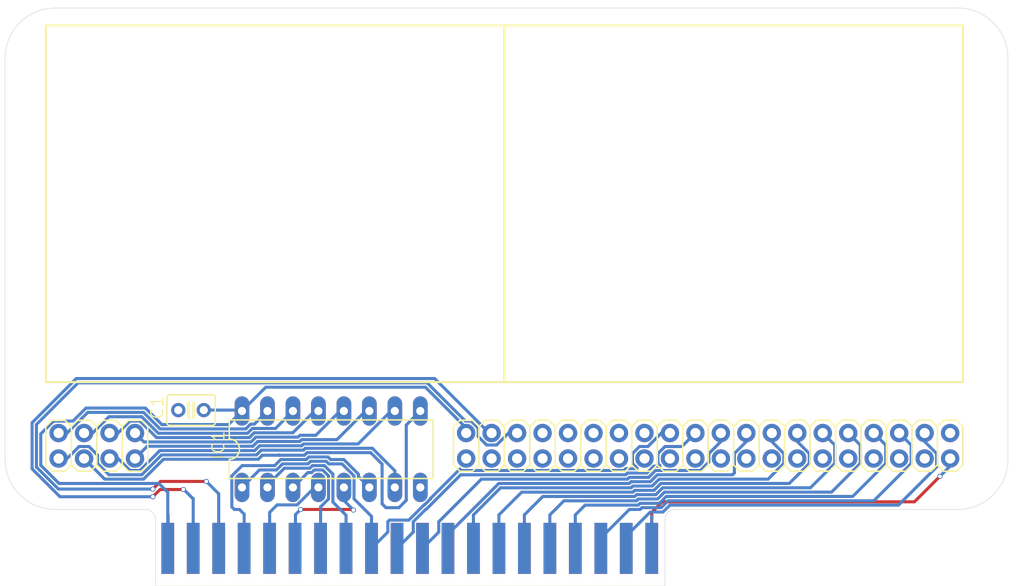
<source format=kicad_pcb>
(kicad_pcb (version 20171130) (host pcbnew "(5.1.9-0-10_14)")

  (general
    (thickness 1.6)
    (drawings 14)
    (tracks 338)
    (zones 0)
    (modules 7)
    (nets 47)
  )

  (page A4)
  (layers
    (0 Top signal)
    (31 Bottom signal)
    (32 B.Adhes user)
    (33 F.Adhes user)
    (34 B.Paste user)
    (35 F.Paste user)
    (36 B.SilkS user)
    (37 F.SilkS user)
    (38 B.Mask user)
    (39 F.Mask user)
    (40 Dwgs.User user)
    (41 Cmts.User user)
    (42 Eco1.User user)
    (43 Eco2.User user)
    (44 Edge.Cuts user)
    (45 Margin user)
    (46 B.CrtYd user)
    (47 F.CrtYd user)
    (48 B.Fab user)
    (49 F.Fab user)
  )

  (setup
    (last_trace_width 0.25)
    (trace_clearance 0.127)
    (zone_clearance 0.508)
    (zone_45_only no)
    (trace_min 0.2)
    (via_size 0.8)
    (via_drill 0.4)
    (via_min_size 0.4)
    (via_min_drill 0.3)
    (uvia_size 0.3)
    (uvia_drill 0.1)
    (uvias_allowed no)
    (uvia_min_size 0.2)
    (uvia_min_drill 0.1)
    (edge_width 0.05)
    (segment_width 0.2)
    (pcb_text_width 0.3)
    (pcb_text_size 1.5 1.5)
    (mod_edge_width 0.12)
    (mod_text_size 1 1)
    (mod_text_width 0.15)
    (pad_size 1.524 1.524)
    (pad_drill 0.762)
    (pad_to_mask_clearance 0)
    (aux_axis_origin 0 0)
    (visible_elements FFFFFF7F)
    (pcbplotparams
      (layerselection 0x010fc_ffffffff)
      (usegerberextensions false)
      (usegerberattributes true)
      (usegerberadvancedattributes true)
      (creategerberjobfile true)
      (excludeedgelayer true)
      (linewidth 0.100000)
      (plotframeref false)
      (viasonmask false)
      (mode 1)
      (useauxorigin false)
      (hpglpennumber 1)
      (hpglpenspeed 20)
      (hpglpendiameter 15.000000)
      (psnegative false)
      (psa4output false)
      (plotreference true)
      (plotvalue true)
      (plotinvisibletext false)
      (padsonsilk false)
      (subtractmaskfromsilk false)
      (outputformat 1)
      (mirror false)
      (drillshape 1)
      (scaleselection 1)
      (outputdirectory ""))
  )

  (net 0 "")
  (net 1 GND)
  (net 2 /A0)
  (net 3 /A1)
  (net 4 /A2)
  (net 5 /A3)
  (net 6 /A4)
  (net 7 /A5)
  (net 8 /A6)
  (net 9 /A7)
  (net 10 /A8)
  (net 11 /A9)
  (net 12 /A10)
  (net 13 /A11)
  (net 14 /A12)
  (net 15 /A13)
  (net 16 /A14)
  (net 17 /A15)
  (net 18 /EXP0)
  (net 19 /EXP1)
  (net 20 /VCC)
  (net 21 /D0)
  (net 22 /D1)
  (net 23 /D2)
  (net 24 /D3)
  (net 25 /D4)
  (net 26 /D5)
  (net 27 /D6)
  (net 28 /D7)
  (net 29 /SYNC)
  (net 30 /PHI1O)
  (net 31 /PHI2)
  (net 32 /MLB)
  (net 33 /RWB)
  (net 34 /BE)
  (net 35 /RDY)
  (net 36 /NMIB)
  (net 37 /IRQB)
  (net 38 /RESB)
  (net 39 /$8000)
  (net 40 /$8400)
  (net 41 /$8800)
  (net 42 /$8C00)
  (net 43 /$9000)
  (net 44 /$9400)
  (net 45 /$9800)
  (net 46 /$9C00)

  (net_class Default "This is the default net class."
    (clearance 0.127)
    (trace_width 0.25)
    (via_dia 0.8)
    (via_drill 0.4)
    (uvia_dia 0.3)
    (uvia_drill 0.1)
    (add_net /$8000)
    (add_net /$8400)
    (add_net /$8800)
    (add_net /$8C00)
    (add_net /$9000)
    (add_net /$9400)
    (add_net /$9800)
    (add_net /$9C00)
    (add_net /A0)
    (add_net /A1)
    (add_net /A10)
    (add_net /A11)
    (add_net /A12)
    (add_net /A13)
    (add_net /A14)
    (add_net /A15)
    (add_net /A2)
    (add_net /A3)
    (add_net /A4)
    (add_net /A5)
    (add_net /A6)
    (add_net /A7)
    (add_net /A8)
    (add_net /A9)
    (add_net /BE)
    (add_net /D0)
    (add_net /D1)
    (add_net /D2)
    (add_net /D3)
    (add_net /D4)
    (add_net /D5)
    (add_net /D6)
    (add_net /D7)
    (add_net /EXP0)
    (add_net /EXP1)
    (add_net /IRQB)
    (add_net /MLB)
    (add_net /NMIB)
    (add_net /PHI1O)
    (add_net /PHI2)
    (add_net /RDY)
    (add_net /RESB)
    (add_net /RWB)
    (add_net /SYNC)
    (add_net /VCC)
    (add_net GND)
  )

  (module "Prototyping Card:BREADBOARD-MINI" (layer Top) (tedit 0) (tstamp 604BDD48)
    (at 125.4251 95.7136)
    (descr "<h3>Breadboard Mini</h3>\n<p> Includes tdocu indicating solderable breadboard mini footprint</p>\n<p><b>Specifications:</b>\n<li>Area:1.8x 1.4 inch</li>\n</ul></p>\n\n<p>Example device(s):\n<ul><li>Breadboard Mini</li>\n</ul></p>")
    (path /6925386A)
    (fp_text reference B1 (at 0 -18.034) (layer F.SilkS) hide
      (effects (font (size 0.57912 0.57912) (thickness 0.12192)) (justify right top))
    )
    (fp_text value BREADBOARDMINI (at 0 18.034) (layer F.Fab) hide
      (effects (font (size 0.57912 0.57912) (thickness 0.12192)) (justify top))
    )
    (fp_circle (center 18.5 0) (end 21.548 0) (layer F.Fab) (width 0.127))
    (fp_circle (center -18.5 0) (end -15.452 0) (layer F.Fab) (width 0.127))
    (fp_line (start -22.86 16.51) (end -22.86 -16.51) (layer F.Fab) (width 0.127))
    (fp_line (start 22.86 16.51) (end -22.86 16.51) (layer F.Fab) (width 0.127))
    (fp_line (start 22.86 -16.51) (end 22.86 16.51) (layer F.Fab) (width 0.127))
    (fp_line (start -22.86 -16.51) (end 22.86 -16.51) (layer F.Fab) (width 0.127))
    (fp_line (start 22.86 17.78) (end -22.86 17.78) (layer F.SilkS) (width 0.2032))
    (fp_line (start 22.86 -17.78) (end 22.86 17.78) (layer F.SilkS) (width 0.2032))
    (fp_line (start -22.86 -17.78) (end 22.86 -17.78) (layer F.SilkS) (width 0.2032))
    (fp_line (start -22.86 17.78) (end -22.86 -17.78) (layer F.SilkS) (width 0.2032))
  )

  (module "Prototyping Card:BREADBOARD-MINI" (layer Top) (tedit 0) (tstamp 604BDD55)
    (at 171.1451 95.7136)
    (descr "<h3>Breadboard Mini</h3>\n<p> Includes tdocu indicating solderable breadboard mini footprint</p>\n<p><b>Specifications:</b>\n<li>Area:1.8x 1.4 inch</li>\n</ul></p>\n\n<p>Example device(s):\n<ul><li>Breadboard Mini</li>\n</ul></p>")
    (path /3BC00CCD)
    (fp_text reference B2 (at 0 -18.034) (layer F.SilkS) hide
      (effects (font (size 0.57912 0.57912) (thickness 0.12192)) (justify right top))
    )
    (fp_text value BREADBOARDMINI (at 0 18.034) (layer F.Fab) hide
      (effects (font (size 0.57912 0.57912) (thickness 0.12192)) (justify top))
    )
    (fp_circle (center 18.5 0) (end 21.548 0) (layer F.Fab) (width 0.127))
    (fp_circle (center -18.5 0) (end -15.452 0) (layer F.Fab) (width 0.127))
    (fp_line (start -22.86 16.51) (end -22.86 -16.51) (layer F.Fab) (width 0.127))
    (fp_line (start 22.86 16.51) (end -22.86 16.51) (layer F.Fab) (width 0.127))
    (fp_line (start 22.86 -16.51) (end 22.86 16.51) (layer F.Fab) (width 0.127))
    (fp_line (start -22.86 -16.51) (end 22.86 -16.51) (layer F.Fab) (width 0.127))
    (fp_line (start 22.86 17.78) (end -22.86 17.78) (layer F.SilkS) (width 0.2032))
    (fp_line (start 22.86 -17.78) (end 22.86 17.78) (layer F.SilkS) (width 0.2032))
    (fp_line (start -22.86 -17.78) (end 22.86 -17.78) (layer F.SilkS) (width 0.2032))
    (fp_line (start -22.86 17.78) (end -22.86 -17.78) (layer F.SilkS) (width 0.2032))
  )

  (module "Prototyping Card:C025-030X050" (layer Top) (tedit 0) (tstamp 604BDD62)
    (at 117.0431 116.2876 180)
    (descr "<b>CAPACITOR</b><p>\ngrid 2.5 mm, outline 3 x 5 mm")
    (path /E7DFC9C0)
    (fp_text reference C1 (at 2.667 -1.016 90) (layer F.SilkS)
      (effects (font (size 1.2065 1.2065) (thickness 0.12065)) (justify left bottom))
    )
    (fp_text value 100n (at -1.778 -2.032) (layer F.Fab)
      (effects (font (size 1.2065 1.2065) (thickness 0.12065)) (justify left bottom))
    )
    (fp_line (start -0.381 0) (end -0.762 0) (layer F.Fab) (width 0.1524))
    (fp_line (start -0.254 0) (end -0.381 0) (layer F.SilkS) (width 0.1524))
    (fp_line (start -0.254 0) (end -0.254 0.762) (layer F.SilkS) (width 0.254))
    (fp_line (start -0.254 -0.762) (end -0.254 0) (layer F.SilkS) (width 0.254))
    (fp_line (start 0.254 0) (end 0.254 0.762) (layer F.SilkS) (width 0.254))
    (fp_line (start 0.254 0) (end 0.254 -0.762) (layer F.SilkS) (width 0.254))
    (fp_line (start 0.381 0) (end 0.254 0) (layer F.SilkS) (width 0.1524))
    (fp_line (start 0.762 0) (end 0.381 0) (layer F.Fab) (width 0.1524))
    (fp_arc (start -2.159 1.27) (end -2.413 1.27) (angle -90) (layer F.SilkS) (width 0.1524))
    (fp_arc (start 2.159 1.27) (end 2.159 1.524) (angle -90) (layer F.SilkS) (width 0.1524))
    (fp_arc (start -2.159 -1.27) (end -2.413 -1.27) (angle 90) (layer F.SilkS) (width 0.1524))
    (fp_arc (start 2.159 -1.27) (end 2.159 -1.524) (angle 90) (layer F.SilkS) (width 0.1524))
    (fp_line (start -2.413 -1.27) (end -2.413 1.27) (layer F.SilkS) (width 0.1524))
    (fp_line (start 2.413 -1.27) (end 2.413 1.27) (layer F.SilkS) (width 0.1524))
    (fp_line (start 2.159 1.524) (end -2.159 1.524) (layer F.SilkS) (width 0.1524))
    (fp_line (start -2.159 -1.524) (end 2.159 -1.524) (layer F.SilkS) (width 0.1524))
    (pad 2 thru_hole circle (at 1.27 0 180) (size 1.4224 1.4224) (drill 0.8128) (layers *.Cu *.Mask)
      (net 1 GND) (solder_mask_margin 0.1016))
    (pad 1 thru_hole circle (at -1.27 0 180) (size 1.4224 1.4224) (drill 0.8128) (layers *.Cu *.Mask)
      (net 20 /VCC) (solder_mask_margin 0.1016))
  )

  (module "Prototyping Card:6502CARDEDGE" (layer Top) (tedit 0) (tstamp 604BDD77)
    (at 114.7203 132.613757)
    (path /F16785C9)
    (fp_text reference CONN1 (at 0 0) (layer F.SilkS) hide
      (effects (font (size 1.27 1.27) (thickness 0.15)))
    )
    (fp_text value 6502CARDEDGE (at 0 0) (layer F.SilkS) hide
      (effects (font (size 1.27 1.27) (thickness 0.15)))
    )
    (pad P$40.GND smd rect (at 48.26 -2.54 90) (size 5.08 1.27) (layers Bottom B.Paste B.Mask)
      (net 1 GND) (solder_mask_margin 0.1016))
    (pad P$39.A0 smd rect (at 45.72 -2.54 90) (size 5.08 1.27) (layers Bottom B.Paste B.Mask)
      (net 2 /A0) (solder_mask_margin 0.1016))
    (pad P$38.A1 smd rect (at 43.18 -2.54 90) (size 5.08 1.27) (layers Bottom B.Paste B.Mask)
      (net 3 /A1) (solder_mask_margin 0.1016))
    (pad P$37.A2 smd rect (at 40.64 -2.54 90) (size 5.08 1.27) (layers Bottom B.Paste B.Mask)
      (net 4 /A2) (solder_mask_margin 0.1016))
    (pad P$36.A3 smd rect (at 38.1 -2.54 90) (size 5.08 1.27) (layers Bottom B.Paste B.Mask)
      (net 5 /A3) (solder_mask_margin 0.1016))
    (pad P$35.A4 smd rect (at 35.56 -2.54 90) (size 5.08 1.27) (layers Bottom B.Paste B.Mask)
      (net 6 /A4) (solder_mask_margin 0.1016))
    (pad P$34.A5 smd rect (at 33.02 -2.54 90) (size 5.08 1.27) (layers Bottom B.Paste B.Mask)
      (net 7 /A5) (solder_mask_margin 0.1016))
    (pad P$33.A6 smd rect (at 30.48 -2.54 90) (size 5.08 1.27) (layers Bottom B.Paste B.Mask)
      (net 8 /A6) (solder_mask_margin 0.1016))
    (pad P$32.A7 smd rect (at 27.94 -2.54 90) (size 5.08 1.27) (layers Bottom B.Paste B.Mask)
      (net 9 /A7) (solder_mask_margin 0.1016))
    (pad P$31.A8 smd rect (at 25.4 -2.54 90) (size 5.08 1.27) (layers Bottom B.Paste B.Mask)
      (net 10 /A8) (solder_mask_margin 0.1016))
    (pad P$30.A9 smd rect (at 22.86 -2.54 90) (size 5.08 1.27) (layers Bottom B.Paste B.Mask)
      (net 11 /A9) (solder_mask_margin 0.1016))
    (pad P$29.A10 smd rect (at 20.32 -2.54 90) (size 5.08 1.27) (layers Bottom B.Paste B.Mask)
      (net 12 /A10) (solder_mask_margin 0.1016))
    (pad P$28.A11 smd rect (at 17.78 -2.54 90) (size 5.08 1.27) (layers Bottom B.Paste B.Mask)
      (net 13 /A11) (solder_mask_margin 0.1016))
    (pad P$27.A12 smd rect (at 15.24 -2.54 90) (size 5.08 1.27) (layers Bottom B.Paste B.Mask)
      (net 14 /A12) (solder_mask_margin 0.1016))
    (pad P$26.A13 smd rect (at 12.7 -2.54 90) (size 5.08 1.27) (layers Bottom B.Paste B.Mask)
      (net 15 /A13) (solder_mask_margin 0.1016))
    (pad P$25.A14 smd rect (at 10.16 -2.54 90) (size 5.08 1.27) (layers Bottom B.Paste B.Mask)
      (net 16 /A14) (solder_mask_margin 0.1016))
    (pad P$24.A15 smd rect (at 7.62 -2.54 90) (size 5.08 1.27) (layers Bottom B.Paste B.Mask)
      (net 17 /A15) (solder_mask_margin 0.1016))
    (pad P$23.EXP0 smd rect (at 5.08 -2.54 90) (size 5.08 1.27) (layers Bottom B.Paste B.Mask)
      (net 18 /EXP0) (solder_mask_margin 0.1016))
    (pad P$22.EXP1 smd rect (at 2.54 -2.54 90) (size 5.08 1.27) (layers Bottom B.Paste B.Mask)
      (net 19 /EXP1) (solder_mask_margin 0.1016))
    (pad P$21.VCC smd rect (at 0 -2.54 90) (size 5.08 1.27) (layers Bottom B.Paste B.Mask)
      (net 20 /VCC) (solder_mask_margin 0.1016))
    (pad P$20.VCC smd rect (at 48.26 -2.54 90) (size 5.08 1.27) (layers Top F.Paste F.Mask)
      (net 20 /VCC) (solder_mask_margin 0.1016))
    (pad P$19.D0 smd rect (at 45.72 -2.54 90) (size 5.08 1.27) (layers Top F.Paste F.Mask)
      (net 21 /D0) (solder_mask_margin 0.1016))
    (pad P$18.D1 smd rect (at 43.18 -2.54 90) (size 5.08 1.27) (layers Top F.Paste F.Mask)
      (net 22 /D1) (solder_mask_margin 0.1016))
    (pad P$17.D2 smd rect (at 40.64 -2.54 90) (size 5.08 1.27) (layers Top F.Paste F.Mask)
      (net 23 /D2) (solder_mask_margin 0.1016))
    (pad P$16.D3 smd rect (at 38.1 -2.54 90) (size 5.08 1.27) (layers Top F.Paste F.Mask)
      (net 24 /D3) (solder_mask_margin 0.1016))
    (pad P$15.D4 smd rect (at 35.56 -2.54 90) (size 5.08 1.27) (layers Top F.Paste F.Mask)
      (net 25 /D4) (solder_mask_margin 0.1016))
    (pad P$14.D5 smd rect (at 33.02 -2.54 90) (size 5.08 1.27) (layers Top F.Paste F.Mask)
      (net 26 /D5) (solder_mask_margin 0.1016))
    (pad P$13.D6 smd rect (at 30.48 -2.54 90) (size 5.08 1.27) (layers Top F.Paste F.Mask)
      (net 27 /D6) (solder_mask_margin 0.1016))
    (pad P$12.D7 smd rect (at 27.94 -2.54 90) (size 5.08 1.27) (layers Top F.Paste F.Mask)
      (net 28 /D7) (solder_mask_margin 0.1016))
    (pad P$11.SYNC smd rect (at 25.4 -2.54 90) (size 5.08 1.27) (layers Top F.Paste F.Mask)
      (net 29 /SYNC) (solder_mask_margin 0.1016))
    (pad P$10.PHI1O smd rect (at 22.86 -2.54 90) (size 5.08 1.27) (layers Top F.Paste F.Mask)
      (net 30 /PHI1O) (solder_mask_margin 0.1016))
    (pad P$9.PHI2 smd rect (at 20.32 -2.54 90) (size 5.08 1.27) (layers Top F.Paste F.Mask)
      (net 31 /PHI2) (solder_mask_margin 0.1016))
    (pad P$8.MLB smd rect (at 17.78 -2.54 90) (size 5.08 1.27) (layers Top F.Paste F.Mask)
      (net 32 /MLB) (solder_mask_margin 0.1016))
    (pad P$7.RWB smd rect (at 15.24 -2.54 90) (size 5.08 1.27) (layers Top F.Paste F.Mask)
      (net 33 /RWB) (solder_mask_margin 0.1016))
    (pad P$6.BE smd rect (at 12.7 -2.54 90) (size 5.08 1.27) (layers Top F.Paste F.Mask)
      (net 34 /BE) (solder_mask_margin 0.1016))
    (pad P$5.RDY smd rect (at 10.16 -2.54 90) (size 5.08 1.27) (layers Top F.Paste F.Mask)
      (net 35 /RDY) (solder_mask_margin 0.1016))
    (pad P$4.NMIB smd rect (at 7.62 -2.54 90) (size 5.08 1.27) (layers Top F.Paste F.Mask)
      (net 36 /NMIB) (solder_mask_margin 0.1016))
    (pad P$3.IRQB smd rect (at 5.08 -2.54 90) (size 5.08 1.27) (layers Top F.Paste F.Mask)
      (net 37 /IRQB) (solder_mask_margin 0.1016))
    (pad P$2.RESB smd rect (at 2.54 -2.54 90) (size 5.08 1.27) (layers Top F.Paste F.Mask)
      (net 38 /RESB) (solder_mask_margin 0.1016))
    (pad P$1.GND smd rect (at 0 -2.54 90) (size 5.08 1.27) (layers Top F.Paste F.Mask)
      (net 1 GND) (solder_mask_margin 0.1016))
  )

  (module "Prototyping Card:DIL16" (layer Top) (tedit 0) (tstamp 604BDDA2)
    (at 131.0131 120.1864)
    (descr "<b>Dual In Line Package</b>")
    (path /70C115B1)
    (fp_text reference IC1 (at -10.541 1.143 90) (layer F.SilkS)
      (effects (font (size 1.2065 1.2065) (thickness 0.12065)) (justify left bottom))
    )
    (fp_text value 74138N (at -3.683 0.635) (layer F.Fab)
      (effects (font (size 1.2065 1.2065) (thickness 0.12065)) (justify left bottom))
    )
    (fp_arc (start -10.16 0) (end -10.16 -1.016) (angle 180) (layer F.SilkS) (width 0.1524))
    (fp_line (start -10.16 2.921) (end -10.16 1.016) (layer F.SilkS) (width 0.1524))
    (fp_line (start -10.16 -2.921) (end -10.16 -1.016) (layer F.SilkS) (width 0.1524))
    (fp_line (start 10.16 -2.921) (end 10.16 2.921) (layer F.SilkS) (width 0.1524))
    (fp_line (start -10.16 2.921) (end 10.16 2.921) (layer F.SilkS) (width 0.1524))
    (fp_line (start 10.16 -2.921) (end -10.16 -2.921) (layer F.SilkS) (width 0.1524))
    (pad 16 thru_hole oval (at -8.89 -3.81 90) (size 2.92608 1.46304) (drill 0.8128) (layers *.Cu *.Mask)
      (net 20 /VCC) (solder_mask_margin 0.1016))
    (pad 15 thru_hole oval (at -6.35 -3.81 90) (size 2.92608 1.46304) (drill 0.8128) (layers *.Cu *.Mask)
      (net 39 /$8000) (solder_mask_margin 0.1016))
    (pad 14 thru_hole oval (at -3.81 -3.81 90) (size 2.92608 1.46304) (drill 0.8128) (layers *.Cu *.Mask)
      (net 40 /$8400) (solder_mask_margin 0.1016))
    (pad 13 thru_hole oval (at -1.27 -3.81 90) (size 2.92608 1.46304) (drill 0.8128) (layers *.Cu *.Mask)
      (net 41 /$8800) (solder_mask_margin 0.1016))
    (pad 12 thru_hole oval (at 1.27 -3.81 90) (size 2.92608 1.46304) (drill 0.8128) (layers *.Cu *.Mask)
      (net 42 /$8C00) (solder_mask_margin 0.1016))
    (pad 11 thru_hole oval (at 3.81 -3.81 90) (size 2.92608 1.46304) (drill 0.8128) (layers *.Cu *.Mask)
      (net 43 /$9000) (solder_mask_margin 0.1016))
    (pad 10 thru_hole oval (at 6.35 -3.81 90) (size 2.92608 1.46304) (drill 0.8128) (layers *.Cu *.Mask)
      (net 44 /$9400) (solder_mask_margin 0.1016))
    (pad 9 thru_hole oval (at 8.89 -3.81 90) (size 2.92608 1.46304) (drill 0.8128) (layers *.Cu *.Mask)
      (net 45 /$9800) (solder_mask_margin 0.1016))
    (pad 5 thru_hole oval (at 1.27 3.81 90) (size 2.92608 1.46304) (drill 0.8128) (layers *.Cu *.Mask)
      (net 15 /A13) (solder_mask_margin 0.1016))
    (pad 6 thru_hole oval (at 3.81 3.81 90) (size 2.92608 1.46304) (drill 0.8128) (layers *.Cu *.Mask)
      (net 17 /A15) (solder_mask_margin 0.1016))
    (pad 4 thru_hole oval (at -1.27 3.81 90) (size 2.92608 1.46304) (drill 0.8128) (layers *.Cu *.Mask)
      (net 16 /A14) (solder_mask_margin 0.1016))
    (pad 3 thru_hole oval (at -3.81 3.81 90) (size 2.92608 1.46304) (drill 0.8128) (layers *.Cu *.Mask)
      (net 14 /A12) (solder_mask_margin 0.1016))
    (pad 8 thru_hole oval (at 8.89 3.81 90) (size 2.92608 1.46304) (drill 0.8128) (layers *.Cu *.Mask)
      (net 1 GND) (solder_mask_margin 0.1016))
    (pad 7 thru_hole oval (at 6.35 3.81 90) (size 2.92608 1.46304) (drill 0.8128) (layers *.Cu *.Mask)
      (net 46 /$9C00) (solder_mask_margin 0.1016))
    (pad 2 thru_hole oval (at -6.35 3.81 90) (size 2.92608 1.46304) (drill 0.8128) (layers *.Cu *.Mask)
      (net 13 /A11) (solder_mask_margin 0.1016))
    (pad 1 thru_hole oval (at -8.89 3.81 90) (size 2.92608 1.46304) (drill 0.8128) (layers *.Cu *.Mask)
      (net 12 /A10) (solder_mask_margin 0.1016))
  )

  (module "Prototyping Card:2X20" (layer Top) (tedit 0) (tstamp 604BDDBB)
    (at 168.6051 119.8436)
    (descr "<b>PIN HEADER</b>")
    (path /A75A2B47)
    (fp_text reference JP1 (at -25.4 -3.175) (layer F.SilkS) hide
      (effects (font (size 1.2065 1.2065) (thickness 0.127)) (justify left bottom))
    )
    (fp_text value PINHD-2X20 (at -25.4 4.445) (layer F.Fab) hide
      (effects (font (size 1.2065 1.2065) (thickness 0.1016)) (justify left bottom))
    )
    (fp_poly (pts (xy 23.876 1.524) (xy 24.384 1.524) (xy 24.384 1.016) (xy 23.876 1.016)) (layer F.Fab) (width 0))
    (fp_poly (pts (xy 23.876 -1.016) (xy 24.384 -1.016) (xy 24.384 -1.524) (xy 23.876 -1.524)) (layer F.Fab) (width 0))
    (fp_poly (pts (xy 21.336 1.524) (xy 21.844 1.524) (xy 21.844 1.016) (xy 21.336 1.016)) (layer F.Fab) (width 0))
    (fp_poly (pts (xy 21.336 -1.016) (xy 21.844 -1.016) (xy 21.844 -1.524) (xy 21.336 -1.524)) (layer F.Fab) (width 0))
    (fp_poly (pts (xy 18.796 1.524) (xy 19.304 1.524) (xy 19.304 1.016) (xy 18.796 1.016)) (layer F.Fab) (width 0))
    (fp_poly (pts (xy 18.796 -1.016) (xy 19.304 -1.016) (xy 19.304 -1.524) (xy 18.796 -1.524)) (layer F.Fab) (width 0))
    (fp_poly (pts (xy 16.256 1.524) (xy 16.764 1.524) (xy 16.764 1.016) (xy 16.256 1.016)) (layer F.Fab) (width 0))
    (fp_poly (pts (xy 16.256 -1.016) (xy 16.764 -1.016) (xy 16.764 -1.524) (xy 16.256 -1.524)) (layer F.Fab) (width 0))
    (fp_poly (pts (xy 13.716 1.524) (xy 14.224 1.524) (xy 14.224 1.016) (xy 13.716 1.016)) (layer F.Fab) (width 0))
    (fp_poly (pts (xy 13.716 -1.016) (xy 14.224 -1.016) (xy 14.224 -1.524) (xy 13.716 -1.524)) (layer F.Fab) (width 0))
    (fp_poly (pts (xy 11.176 1.524) (xy 11.684 1.524) (xy 11.684 1.016) (xy 11.176 1.016)) (layer F.Fab) (width 0))
    (fp_poly (pts (xy 11.176 -1.016) (xy 11.684 -1.016) (xy 11.684 -1.524) (xy 11.176 -1.524)) (layer F.Fab) (width 0))
    (fp_poly (pts (xy 8.636 1.524) (xy 9.144 1.524) (xy 9.144 1.016) (xy 8.636 1.016)) (layer F.Fab) (width 0))
    (fp_poly (pts (xy 8.636 -1.016) (xy 9.144 -1.016) (xy 9.144 -1.524) (xy 8.636 -1.524)) (layer F.Fab) (width 0))
    (fp_poly (pts (xy 6.096 1.524) (xy 6.604 1.524) (xy 6.604 1.016) (xy 6.096 1.016)) (layer F.Fab) (width 0))
    (fp_poly (pts (xy 6.096 -1.016) (xy 6.604 -1.016) (xy 6.604 -1.524) (xy 6.096 -1.524)) (layer F.Fab) (width 0))
    (fp_poly (pts (xy 3.556 1.524) (xy 4.064 1.524) (xy 4.064 1.016) (xy 3.556 1.016)) (layer F.Fab) (width 0))
    (fp_poly (pts (xy 3.556 -1.016) (xy 4.064 -1.016) (xy 4.064 -1.524) (xy 3.556 -1.524)) (layer F.Fab) (width 0))
    (fp_poly (pts (xy 1.016 1.524) (xy 1.524 1.524) (xy 1.524 1.016) (xy 1.016 1.016)) (layer F.Fab) (width 0))
    (fp_poly (pts (xy 1.016 -1.016) (xy 1.524 -1.016) (xy 1.524 -1.524) (xy 1.016 -1.524)) (layer F.Fab) (width 0))
    (fp_poly (pts (xy -1.524 1.524) (xy -1.016 1.524) (xy -1.016 1.016) (xy -1.524 1.016)) (layer F.Fab) (width 0))
    (fp_poly (pts (xy -1.524 -1.016) (xy -1.016 -1.016) (xy -1.016 -1.524) (xy -1.524 -1.524)) (layer F.Fab) (width 0))
    (fp_poly (pts (xy -4.064 1.524) (xy -3.556 1.524) (xy -3.556 1.016) (xy -4.064 1.016)) (layer F.Fab) (width 0))
    (fp_poly (pts (xy -4.064 -1.016) (xy -3.556 -1.016) (xy -3.556 -1.524) (xy -4.064 -1.524)) (layer F.Fab) (width 0))
    (fp_poly (pts (xy -6.604 1.524) (xy -6.096 1.524) (xy -6.096 1.016) (xy -6.604 1.016)) (layer F.Fab) (width 0))
    (fp_poly (pts (xy -6.604 -1.016) (xy -6.096 -1.016) (xy -6.096 -1.524) (xy -6.604 -1.524)) (layer F.Fab) (width 0))
    (fp_poly (pts (xy -9.144 1.524) (xy -8.636 1.524) (xy -8.636 1.016) (xy -9.144 1.016)) (layer F.Fab) (width 0))
    (fp_poly (pts (xy -9.144 -1.016) (xy -8.636 -1.016) (xy -8.636 -1.524) (xy -9.144 -1.524)) (layer F.Fab) (width 0))
    (fp_poly (pts (xy -11.684 1.524) (xy -11.176 1.524) (xy -11.176 1.016) (xy -11.684 1.016)) (layer F.Fab) (width 0))
    (fp_poly (pts (xy -14.224 1.524) (xy -13.716 1.524) (xy -13.716 1.016) (xy -14.224 1.016)) (layer F.Fab) (width 0))
    (fp_poly (pts (xy -16.764 1.524) (xy -16.256 1.524) (xy -16.256 1.016) (xy -16.764 1.016)) (layer F.Fab) (width 0))
    (fp_poly (pts (xy -11.684 -1.016) (xy -11.176 -1.016) (xy -11.176 -1.524) (xy -11.684 -1.524)) (layer F.Fab) (width 0))
    (fp_poly (pts (xy -14.224 -1.016) (xy -13.716 -1.016) (xy -13.716 -1.524) (xy -14.224 -1.524)) (layer F.Fab) (width 0))
    (fp_poly (pts (xy -16.764 -1.016) (xy -16.256 -1.016) (xy -16.256 -1.524) (xy -16.764 -1.524)) (layer F.Fab) (width 0))
    (fp_poly (pts (xy -19.304 1.524) (xy -18.796 1.524) (xy -18.796 1.016) (xy -19.304 1.016)) (layer F.Fab) (width 0))
    (fp_poly (pts (xy -19.304 -1.016) (xy -18.796 -1.016) (xy -18.796 -1.524) (xy -19.304 -1.524)) (layer F.Fab) (width 0))
    (fp_poly (pts (xy -21.844 1.524) (xy -21.336 1.524) (xy -21.336 1.016) (xy -21.844 1.016)) (layer F.Fab) (width 0))
    (fp_poly (pts (xy -21.844 -1.016) (xy -21.336 -1.016) (xy -21.336 -1.524) (xy -21.844 -1.524)) (layer F.Fab) (width 0))
    (fp_poly (pts (xy -24.384 -1.016) (xy -23.876 -1.016) (xy -23.876 -1.524) (xy -24.384 -1.524)) (layer F.Fab) (width 0))
    (fp_poly (pts (xy -24.384 1.524) (xy -23.876 1.524) (xy -23.876 1.016) (xy -24.384 1.016)) (layer F.Fab) (width 0))
    (fp_line (start 25.4 -1.905) (end 25.4 1.905) (layer F.SilkS) (width 0.1524))
    (fp_line (start 22.86 1.905) (end 23.495 2.54) (layer F.SilkS) (width 0.1524))
    (fp_line (start 24.765 2.54) (end 23.495 2.54) (layer F.SilkS) (width 0.1524))
    (fp_line (start 25.4 1.905) (end 24.765 2.54) (layer F.SilkS) (width 0.1524))
    (fp_line (start 24.765 -2.54) (end 25.4 -1.905) (layer F.SilkS) (width 0.1524))
    (fp_line (start 24.765 -2.54) (end 23.495 -2.54) (layer F.SilkS) (width 0.1524))
    (fp_line (start 22.86 -1.905) (end 23.495 -2.54) (layer F.SilkS) (width 0.1524))
    (fp_line (start 22.86 -1.905) (end 22.86 1.905) (layer F.SilkS) (width 0.1524))
    (fp_line (start 20.32 -1.905) (end 20.32 1.905) (layer F.SilkS) (width 0.1524))
    (fp_line (start 17.78 -1.905) (end 17.78 1.905) (layer F.SilkS) (width 0.1524))
    (fp_line (start 15.24 -1.905) (end 15.24 1.905) (layer F.SilkS) (width 0.1524))
    (fp_line (start 12.7 -1.905) (end 12.7 1.905) (layer F.SilkS) (width 0.1524))
    (fp_line (start 10.16 -1.905) (end 10.16 1.905) (layer F.SilkS) (width 0.1524))
    (fp_line (start 7.62 -1.905) (end 7.62 1.905) (layer F.SilkS) (width 0.1524))
    (fp_line (start 5.08 -1.905) (end 5.08 1.905) (layer F.SilkS) (width 0.1524))
    (fp_line (start 2.54 -1.905) (end 2.54 1.905) (layer F.SilkS) (width 0.1524))
    (fp_line (start 0 -1.905) (end 0 1.905) (layer F.SilkS) (width 0.1524))
    (fp_line (start -2.54 -1.905) (end -2.54 1.905) (layer F.SilkS) (width 0.1524))
    (fp_line (start -5.08 -1.905) (end -5.08 1.905) (layer F.SilkS) (width 0.1524))
    (fp_line (start -7.62 -1.905) (end -7.62 1.905) (layer F.SilkS) (width 0.1524))
    (fp_line (start -10.16 -1.905) (end -10.16 1.905) (layer F.SilkS) (width 0.1524))
    (fp_line (start -12.7 -1.905) (end -12.7 1.905) (layer F.SilkS) (width 0.1524))
    (fp_line (start -15.24 -1.905) (end -15.24 1.905) (layer F.SilkS) (width 0.1524))
    (fp_line (start -17.78 -1.905) (end -17.78 1.905) (layer F.SilkS) (width 0.1524))
    (fp_line (start -20.32 -1.905) (end -20.32 1.905) (layer F.SilkS) (width 0.1524))
    (fp_line (start -22.86 -1.905) (end -22.86 1.905) (layer F.SilkS) (width 0.1524))
    (fp_line (start -10.16 1.905) (end -9.525 2.54) (layer F.SilkS) (width 0.1524))
    (fp_line (start -8.255 2.54) (end -9.525 2.54) (layer F.SilkS) (width 0.1524))
    (fp_line (start -7.62 1.905) (end -8.255 2.54) (layer F.SilkS) (width 0.1524))
    (fp_line (start -7.62 1.905) (end -6.985 2.54) (layer F.SilkS) (width 0.1524))
    (fp_line (start -5.715 2.54) (end -6.985 2.54) (layer F.SilkS) (width 0.1524))
    (fp_line (start -5.08 1.905) (end -5.715 2.54) (layer F.SilkS) (width 0.1524))
    (fp_line (start -5.08 1.905) (end -4.445 2.54) (layer F.SilkS) (width 0.1524))
    (fp_line (start -3.175 2.54) (end -4.445 2.54) (layer F.SilkS) (width 0.1524))
    (fp_line (start -2.54 1.905) (end -3.175 2.54) (layer F.SilkS) (width 0.1524))
    (fp_line (start -2.54 1.905) (end -1.905 2.54) (layer F.SilkS) (width 0.1524))
    (fp_line (start -0.635 2.54) (end -1.905 2.54) (layer F.SilkS) (width 0.1524))
    (fp_line (start 0 1.905) (end -0.635 2.54) (layer F.SilkS) (width 0.1524))
    (fp_line (start 0 1.905) (end 0.635 2.54) (layer F.SilkS) (width 0.1524))
    (fp_line (start 1.905 2.54) (end 0.635 2.54) (layer F.SilkS) (width 0.1524))
    (fp_line (start 2.54 1.905) (end 1.905 2.54) (layer F.SilkS) (width 0.1524))
    (fp_line (start 2.54 1.905) (end 3.175 2.54) (layer F.SilkS) (width 0.1524))
    (fp_line (start 4.445 2.54) (end 3.175 2.54) (layer F.SilkS) (width 0.1524))
    (fp_line (start 5.08 1.905) (end 4.445 2.54) (layer F.SilkS) (width 0.1524))
    (fp_line (start 5.08 1.905) (end 5.715 2.54) (layer F.SilkS) (width 0.1524))
    (fp_line (start 6.985 2.54) (end 5.715 2.54) (layer F.SilkS) (width 0.1524))
    (fp_line (start 7.62 1.905) (end 6.985 2.54) (layer F.SilkS) (width 0.1524))
    (fp_line (start 7.62 1.905) (end 8.255 2.54) (layer F.SilkS) (width 0.1524))
    (fp_line (start 9.525 2.54) (end 8.255 2.54) (layer F.SilkS) (width 0.1524))
    (fp_line (start 10.16 1.905) (end 9.525 2.54) (layer F.SilkS) (width 0.1524))
    (fp_line (start 10.795 2.54) (end 10.16 1.905) (layer F.SilkS) (width 0.1524))
    (fp_line (start 10.795 2.54) (end 12.065 2.54) (layer F.SilkS) (width 0.1524))
    (fp_line (start 12.7 1.905) (end 12.065 2.54) (layer F.SilkS) (width 0.1524))
    (fp_line (start 13.335 2.54) (end 12.7 1.905) (layer F.SilkS) (width 0.1524))
    (fp_line (start 13.335 2.54) (end 14.605 2.54) (layer F.SilkS) (width 0.1524))
    (fp_line (start 15.24 1.905) (end 14.605 2.54) (layer F.SilkS) (width 0.1524))
    (fp_line (start 15.24 1.905) (end 15.875 2.54) (layer F.SilkS) (width 0.1524))
    (fp_line (start 17.145 2.54) (end 15.875 2.54) (layer F.SilkS) (width 0.1524))
    (fp_line (start 17.78 1.905) (end 17.145 2.54) (layer F.SilkS) (width 0.1524))
    (fp_line (start 17.78 1.905) (end 18.415 2.54) (layer F.SilkS) (width 0.1524))
    (fp_line (start 19.685 2.54) (end 18.415 2.54) (layer F.SilkS) (width 0.1524))
    (fp_line (start 20.32 1.905) (end 19.685 2.54) (layer F.SilkS) (width 0.1524))
    (fp_line (start 20.32 1.905) (end 20.955 2.54) (layer F.SilkS) (width 0.1524))
    (fp_line (start 22.225 2.54) (end 20.955 2.54) (layer F.SilkS) (width 0.1524))
    (fp_line (start 22.86 1.905) (end 22.225 2.54) (layer F.SilkS) (width 0.1524))
    (fp_line (start 22.225 -2.54) (end 22.86 -1.905) (layer F.SilkS) (width 0.1524))
    (fp_line (start 22.225 -2.54) (end 20.955 -2.54) (layer F.SilkS) (width 0.1524))
    (fp_line (start 20.32 -1.905) (end 20.955 -2.54) (layer F.SilkS) (width 0.1524))
    (fp_line (start 19.685 -2.54) (end 20.32 -1.905) (layer F.SilkS) (width 0.1524))
    (fp_line (start 19.685 -2.54) (end 18.415 -2.54) (layer F.SilkS) (width 0.1524))
    (fp_line (start 17.78 -1.905) (end 18.415 -2.54) (layer F.SilkS) (width 0.1524))
    (fp_line (start 17.145 -2.54) (end 17.78 -1.905) (layer F.SilkS) (width 0.1524))
    (fp_line (start 17.145 -2.54) (end 15.875 -2.54) (layer F.SilkS) (width 0.1524))
    (fp_line (start 15.24 -1.905) (end 15.875 -2.54) (layer F.SilkS) (width 0.1524))
    (fp_line (start 14.605 -2.54) (end 15.24 -1.905) (layer F.SilkS) (width 0.1524))
    (fp_line (start 14.605 -2.54) (end 13.335 -2.54) (layer F.SilkS) (width 0.1524))
    (fp_line (start 12.7 -1.905) (end 13.335 -2.54) (layer F.SilkS) (width 0.1524))
    (fp_line (start 12.065 -2.54) (end 12.7 -1.905) (layer F.SilkS) (width 0.1524))
    (fp_line (start 12.065 -2.54) (end 10.795 -2.54) (layer F.SilkS) (width 0.1524))
    (fp_line (start 10.16 -1.905) (end 10.795 -2.54) (layer F.SilkS) (width 0.1524))
    (fp_line (start 9.525 -2.54) (end 10.16 -1.905) (layer F.SilkS) (width 0.1524))
    (fp_line (start 9.525 -2.54) (end 8.255 -2.54) (layer F.SilkS) (width 0.1524))
    (fp_line (start 7.62 -1.905) (end 8.255 -2.54) (layer F.SilkS) (width 0.1524))
    (fp_line (start 6.985 -2.54) (end 7.62 -1.905) (layer F.SilkS) (width 0.1524))
    (fp_line (start 6.985 -2.54) (end 5.715 -2.54) (layer F.SilkS) (width 0.1524))
    (fp_line (start 5.08 -1.905) (end 5.715 -2.54) (layer F.SilkS) (width 0.1524))
    (fp_line (start 5.08 -1.905) (end 4.445 -2.54) (layer F.SilkS) (width 0.1524))
    (fp_line (start 3.175 -2.54) (end 4.445 -2.54) (layer F.SilkS) (width 0.1524))
    (fp_line (start 2.54 -1.905) (end 3.175 -2.54) (layer F.SilkS) (width 0.1524))
    (fp_line (start 1.905 -2.54) (end 2.54 -1.905) (layer F.SilkS) (width 0.1524))
    (fp_line (start 0.635 -2.54) (end 1.905 -2.54) (layer F.SilkS) (width 0.1524))
    (fp_line (start 0 -1.905) (end 0.635 -2.54) (layer F.SilkS) (width 0.1524))
    (fp_line (start -0.635 -2.54) (end 0 -1.905) (layer F.SilkS) (width 0.1524))
    (fp_line (start -1.905 -2.54) (end -0.635 -2.54) (layer F.SilkS) (width 0.1524))
    (fp_line (start -2.54 -1.905) (end -1.905 -2.54) (layer F.SilkS) (width 0.1524))
    (fp_line (start -3.175 -2.54) (end -2.54 -1.905) (layer F.SilkS) (width 0.1524))
    (fp_line (start -4.445 -2.54) (end -3.175 -2.54) (layer F.SilkS) (width 0.1524))
    (fp_line (start -5.08 -1.905) (end -4.445 -2.54) (layer F.SilkS) (width 0.1524))
    (fp_line (start -5.715 -2.54) (end -5.08 -1.905) (layer F.SilkS) (width 0.1524))
    (fp_line (start -6.985 -2.54) (end -5.715 -2.54) (layer F.SilkS) (width 0.1524))
    (fp_line (start -7.62 -1.905) (end -6.985 -2.54) (layer F.SilkS) (width 0.1524))
    (fp_line (start -8.255 -2.54) (end -7.62 -1.905) (layer F.SilkS) (width 0.1524))
    (fp_line (start -9.525 -2.54) (end -8.255 -2.54) (layer F.SilkS) (width 0.1524))
    (fp_line (start -10.16 -1.905) (end -9.525 -2.54) (layer F.SilkS) (width 0.1524))
    (fp_line (start -10.795 -2.54) (end -10.16 -1.905) (layer F.SilkS) (width 0.1524))
    (fp_line (start -12.065 -2.54) (end -10.795 -2.54) (layer F.SilkS) (width 0.1524))
    (fp_line (start -12.7 -1.905) (end -12.065 -2.54) (layer F.SilkS) (width 0.1524))
    (fp_line (start -13.335 -2.54) (end -12.7 -1.905) (layer F.SilkS) (width 0.1524))
    (fp_line (start -14.605 -2.54) (end -13.335 -2.54) (layer F.SilkS) (width 0.1524))
    (fp_line (start -15.24 -1.905) (end -14.605 -2.54) (layer F.SilkS) (width 0.1524))
    (fp_line (start -15.875 -2.54) (end -15.24 -1.905) (layer F.SilkS) (width 0.1524))
    (fp_line (start -17.145 -2.54) (end -15.875 -2.54) (layer F.SilkS) (width 0.1524))
    (fp_line (start -17.78 -1.905) (end -17.145 -2.54) (layer F.SilkS) (width 0.1524))
    (fp_line (start -18.415 -2.54) (end -17.78 -1.905) (layer F.SilkS) (width 0.1524))
    (fp_line (start -19.685 -2.54) (end -18.415 -2.54) (layer F.SilkS) (width 0.1524))
    (fp_line (start -20.32 -1.905) (end -19.685 -2.54) (layer F.SilkS) (width 0.1524))
    (fp_line (start -20.955 -2.54) (end -20.32 -1.905) (layer F.SilkS) (width 0.1524))
    (fp_line (start -22.225 -2.54) (end -20.955 -2.54) (layer F.SilkS) (width 0.1524))
    (fp_line (start -22.86 -1.905) (end -22.225 -2.54) (layer F.SilkS) (width 0.1524))
    (fp_line (start -23.495 -2.54) (end -22.86 -1.905) (layer F.SilkS) (width 0.1524))
    (fp_line (start -24.765 -2.54) (end -23.495 -2.54) (layer F.SilkS) (width 0.1524))
    (fp_line (start -25.4 -1.905) (end -24.765 -2.54) (layer F.SilkS) (width 0.1524))
    (fp_line (start -25.4 1.905) (end -25.4 -1.905) (layer F.SilkS) (width 0.1524))
    (fp_line (start -10.795 2.54) (end -10.16 1.905) (layer F.SilkS) (width 0.1524))
    (fp_line (start -12.065 2.54) (end -10.795 2.54) (layer F.SilkS) (width 0.1524))
    (fp_line (start -12.7 1.905) (end -12.065 2.54) (layer F.SilkS) (width 0.1524))
    (fp_line (start -13.335 2.54) (end -12.7 1.905) (layer F.SilkS) (width 0.1524))
    (fp_line (start -14.605 2.54) (end -13.335 2.54) (layer F.SilkS) (width 0.1524))
    (fp_line (start -15.24 1.905) (end -14.605 2.54) (layer F.SilkS) (width 0.1524))
    (fp_line (start -15.875 2.54) (end -15.24 1.905) (layer F.SilkS) (width 0.1524))
    (fp_line (start -17.145 2.54) (end -15.875 2.54) (layer F.SilkS) (width 0.1524))
    (fp_line (start -17.78 1.905) (end -17.145 2.54) (layer F.SilkS) (width 0.1524))
    (fp_line (start -18.415 2.54) (end -17.78 1.905) (layer F.SilkS) (width 0.1524))
    (fp_line (start -19.685 2.54) (end -18.415 2.54) (layer F.SilkS) (width 0.1524))
    (fp_line (start -20.32 1.905) (end -19.685 2.54) (layer F.SilkS) (width 0.1524))
    (fp_line (start -20.955 2.54) (end -20.32 1.905) (layer F.SilkS) (width 0.1524))
    (fp_line (start -22.225 2.54) (end -20.955 2.54) (layer F.SilkS) (width 0.1524))
    (fp_line (start -22.86 1.905) (end -22.225 2.54) (layer F.SilkS) (width 0.1524))
    (fp_line (start -23.495 2.54) (end -22.86 1.905) (layer F.SilkS) (width 0.1524))
    (fp_line (start -24.765 2.54) (end -23.495 2.54) (layer F.SilkS) (width 0.1524))
    (fp_line (start -25.4 1.905) (end -24.765 2.54) (layer F.SilkS) (width 0.1524))
    (pad 40 thru_hole circle (at 24.13 -1.27) (size 1.8288 1.8288) (drill 1.016) (layers *.Cu *.Mask)
      (net 1 GND) (solder_mask_margin 0.1016))
    (pad 39 thru_hole circle (at 24.13 1.27) (size 1.8288 1.8288) (drill 1.016) (layers *.Cu *.Mask)
      (net 20 /VCC) (solder_mask_margin 0.1016))
    (pad 38 thru_hole circle (at 21.59 -1.27) (size 1.8288 1.8288) (drill 1.016) (layers *.Cu *.Mask)
      (net 2 /A0) (solder_mask_margin 0.1016))
    (pad 37 thru_hole circle (at 21.59 1.27) (size 1.8288 1.8288) (drill 1.016) (layers *.Cu *.Mask)
      (net 21 /D0) (solder_mask_margin 0.1016))
    (pad 36 thru_hole circle (at 19.05 -1.27) (size 1.8288 1.8288) (drill 1.016) (layers *.Cu *.Mask)
      (net 3 /A1) (solder_mask_margin 0.1016))
    (pad 35 thru_hole circle (at 19.05 1.27) (size 1.8288 1.8288) (drill 1.016) (layers *.Cu *.Mask)
      (net 22 /D1) (solder_mask_margin 0.1016))
    (pad 34 thru_hole circle (at 16.51 -1.27) (size 1.8288 1.8288) (drill 1.016) (layers *.Cu *.Mask)
      (net 4 /A2) (solder_mask_margin 0.1016))
    (pad 33 thru_hole circle (at 16.51 1.27) (size 1.8288 1.8288) (drill 1.016) (layers *.Cu *.Mask)
      (net 23 /D2) (solder_mask_margin 0.1016))
    (pad 32 thru_hole circle (at 13.97 -1.27) (size 1.8288 1.8288) (drill 1.016) (layers *.Cu *.Mask)
      (net 5 /A3) (solder_mask_margin 0.1016))
    (pad 31 thru_hole circle (at 13.97 1.27) (size 1.8288 1.8288) (drill 1.016) (layers *.Cu *.Mask)
      (net 24 /D3) (solder_mask_margin 0.1016))
    (pad 30 thru_hole circle (at 11.43 -1.27) (size 1.8288 1.8288) (drill 1.016) (layers *.Cu *.Mask)
      (net 6 /A4) (solder_mask_margin 0.1016))
    (pad 29 thru_hole circle (at 11.43 1.27) (size 1.8288 1.8288) (drill 1.016) (layers *.Cu *.Mask)
      (net 25 /D4) (solder_mask_margin 0.1016))
    (pad 28 thru_hole circle (at 8.89 -1.27) (size 1.8288 1.8288) (drill 1.016) (layers *.Cu *.Mask)
      (net 7 /A5) (solder_mask_margin 0.1016))
    (pad 27 thru_hole circle (at 8.89 1.27) (size 1.8288 1.8288) (drill 1.016) (layers *.Cu *.Mask)
      (net 26 /D5) (solder_mask_margin 0.1016))
    (pad 26 thru_hole circle (at 6.35 -1.27) (size 1.8288 1.8288) (drill 1.016) (layers *.Cu *.Mask)
      (net 8 /A6) (solder_mask_margin 0.1016))
    (pad 25 thru_hole circle (at 6.35 1.27) (size 1.8288 1.8288) (drill 1.016) (layers *.Cu *.Mask)
      (net 27 /D6) (solder_mask_margin 0.1016))
    (pad 24 thru_hole circle (at 3.81 -1.27) (size 1.8288 1.8288) (drill 1.016) (layers *.Cu *.Mask)
      (net 9 /A7) (solder_mask_margin 0.1016))
    (pad 23 thru_hole circle (at 3.81 1.27) (size 1.8288 1.8288) (drill 1.016) (layers *.Cu *.Mask)
      (net 28 /D7) (solder_mask_margin 0.1016))
    (pad 22 thru_hole circle (at 1.27 -1.27) (size 1.8288 1.8288) (drill 1.016) (layers *.Cu *.Mask)
      (net 10 /A8) (solder_mask_margin 0.1016))
    (pad 21 thru_hole circle (at 1.27 1.27) (size 1.8288 1.8288) (drill 1.016) (layers *.Cu *.Mask)
      (net 29 /SYNC) (solder_mask_margin 0.1016))
    (pad 20 thru_hole circle (at -1.27 -1.27) (size 1.8288 1.8288) (drill 1.016) (layers *.Cu *.Mask)
      (net 11 /A9) (solder_mask_margin 0.1016))
    (pad 19 thru_hole circle (at -1.27 1.27) (size 1.8288 1.8288) (drill 1.016) (layers *.Cu *.Mask)
      (net 30 /PHI1O) (solder_mask_margin 0.1016))
    (pad 18 thru_hole circle (at -3.81 -1.27) (size 1.8288 1.8288) (drill 1.016) (layers *.Cu *.Mask)
      (net 12 /A10) (solder_mask_margin 0.1016))
    (pad 17 thru_hole circle (at -3.81 1.27) (size 1.8288 1.8288) (drill 1.016) (layers *.Cu *.Mask)
      (net 31 /PHI2) (solder_mask_margin 0.1016))
    (pad 16 thru_hole circle (at -6.35 -1.27) (size 1.8288 1.8288) (drill 1.016) (layers *.Cu *.Mask)
      (net 13 /A11) (solder_mask_margin 0.1016))
    (pad 15 thru_hole circle (at -6.35 1.27) (size 1.8288 1.8288) (drill 1.016) (layers *.Cu *.Mask)
      (net 32 /MLB) (solder_mask_margin 0.1016))
    (pad 14 thru_hole circle (at -8.89 -1.27) (size 1.8288 1.8288) (drill 1.016) (layers *.Cu *.Mask)
      (net 14 /A12) (solder_mask_margin 0.1016))
    (pad 13 thru_hole circle (at -8.89 1.27) (size 1.8288 1.8288) (drill 1.016) (layers *.Cu *.Mask)
      (net 33 /RWB) (solder_mask_margin 0.1016))
    (pad 12 thru_hole circle (at -11.43 -1.27) (size 1.8288 1.8288) (drill 1.016) (layers *.Cu *.Mask)
      (net 15 /A13) (solder_mask_margin 0.1016))
    (pad 11 thru_hole circle (at -11.43 1.27) (size 1.8288 1.8288) (drill 1.016) (layers *.Cu *.Mask)
      (net 34 /BE) (solder_mask_margin 0.1016))
    (pad 10 thru_hole circle (at -13.97 -1.27) (size 1.8288 1.8288) (drill 1.016) (layers *.Cu *.Mask)
      (net 16 /A14) (solder_mask_margin 0.1016))
    (pad 9 thru_hole circle (at -13.97 1.27) (size 1.8288 1.8288) (drill 1.016) (layers *.Cu *.Mask)
      (net 35 /RDY) (solder_mask_margin 0.1016))
    (pad 8 thru_hole circle (at -16.51 -1.27) (size 1.8288 1.8288) (drill 1.016) (layers *.Cu *.Mask)
      (net 17 /A15) (solder_mask_margin 0.1016))
    (pad 7 thru_hole circle (at -16.51 1.27) (size 1.8288 1.8288) (drill 1.016) (layers *.Cu *.Mask)
      (net 36 /NMIB) (solder_mask_margin 0.1016))
    (pad 6 thru_hole circle (at -19.05 -1.27) (size 1.8288 1.8288) (drill 1.016) (layers *.Cu *.Mask)
      (net 18 /EXP0) (solder_mask_margin 0.1016))
    (pad 5 thru_hole circle (at -19.05 1.27) (size 1.8288 1.8288) (drill 1.016) (layers *.Cu *.Mask)
      (net 37 /IRQB) (solder_mask_margin 0.1016))
    (pad 4 thru_hole circle (at -21.59 -1.27) (size 1.8288 1.8288) (drill 1.016) (layers *.Cu *.Mask)
      (net 19 /EXP1) (solder_mask_margin 0.1016))
    (pad 3 thru_hole circle (at -21.59 1.27) (size 1.8288 1.8288) (drill 1.016) (layers *.Cu *.Mask)
      (net 38 /RESB) (solder_mask_margin 0.1016))
    (pad 2 thru_hole circle (at -24.13 -1.27) (size 1.8288 1.8288) (drill 1.016) (layers *.Cu *.Mask)
      (net 20 /VCC) (solder_mask_margin 0.1016))
    (pad 1 thru_hole circle (at -24.13 1.27) (size 1.8288 1.8288) (drill 1.016) (layers *.Cu *.Mask)
      (net 1 GND) (solder_mask_margin 0.1016))
  )

  (module "Prototyping Card:2X04" (layer Top) (tedit 0) (tstamp 604BDE9B)
    (at 107.6451 119.8436)
    (descr "<b>PIN HEADER</b>")
    (path /93E45719)
    (fp_text reference JP2 (at -5.08 -3.175) (layer F.SilkS) hide
      (effects (font (size 1.2065 1.2065) (thickness 0.127)) (justify left bottom))
    )
    (fp_text value PINHD-2X4 (at -5.08 4.445) (layer F.Fab) hide
      (effects (font (size 1.2065 1.2065) (thickness 0.1016)) (justify left bottom))
    )
    (fp_poly (pts (xy 3.556 1.524) (xy 4.064 1.524) (xy 4.064 1.016) (xy 3.556 1.016)) (layer F.Fab) (width 0))
    (fp_poly (pts (xy 3.556 -1.016) (xy 4.064 -1.016) (xy 4.064 -1.524) (xy 3.556 -1.524)) (layer F.Fab) (width 0))
    (fp_poly (pts (xy 1.016 1.524) (xy 1.524 1.524) (xy 1.524 1.016) (xy 1.016 1.016)) (layer F.Fab) (width 0))
    (fp_poly (pts (xy 1.016 -1.016) (xy 1.524 -1.016) (xy 1.524 -1.524) (xy 1.016 -1.524)) (layer F.Fab) (width 0))
    (fp_poly (pts (xy -1.524 1.524) (xy -1.016 1.524) (xy -1.016 1.016) (xy -1.524 1.016)) (layer F.Fab) (width 0))
    (fp_poly (pts (xy -1.524 -1.016) (xy -1.016 -1.016) (xy -1.016 -1.524) (xy -1.524 -1.524)) (layer F.Fab) (width 0))
    (fp_poly (pts (xy -4.064 -1.016) (xy -3.556 -1.016) (xy -3.556 -1.524) (xy -4.064 -1.524)) (layer F.Fab) (width 0))
    (fp_poly (pts (xy -4.064 1.524) (xy -3.556 1.524) (xy -3.556 1.016) (xy -4.064 1.016)) (layer F.Fab) (width 0))
    (fp_line (start 3.175 2.54) (end 4.445 2.54) (layer F.SilkS) (width 0.1524))
    (fp_line (start 5.08 -1.905) (end 5.08 1.905) (layer F.SilkS) (width 0.1524))
    (fp_line (start 4.445 -2.54) (end 5.08 -1.905) (layer F.SilkS) (width 0.1524))
    (fp_line (start 3.175 -2.54) (end 4.445 -2.54) (layer F.SilkS) (width 0.1524))
    (fp_line (start 2.54 -1.905) (end 3.175 -2.54) (layer F.SilkS) (width 0.1524))
    (fp_line (start 4.445 2.54) (end 5.08 1.905) (layer F.SilkS) (width 0.1524))
    (fp_line (start 2.54 1.905) (end 3.175 2.54) (layer F.SilkS) (width 0.1524))
    (fp_line (start -4.445 2.54) (end -3.175 2.54) (layer F.SilkS) (width 0.1524))
    (fp_line (start -1.905 2.54) (end -0.635 2.54) (layer F.SilkS) (width 0.1524))
    (fp_line (start 0.635 2.54) (end 1.905 2.54) (layer F.SilkS) (width 0.1524))
    (fp_line (start 2.54 -1.905) (end 2.54 1.905) (layer F.SilkS) (width 0.1524))
    (fp_line (start 0 -1.905) (end 0 1.905) (layer F.SilkS) (width 0.1524))
    (fp_line (start -2.54 -1.905) (end -2.54 1.905) (layer F.SilkS) (width 0.1524))
    (fp_line (start 1.905 -2.54) (end 2.54 -1.905) (layer F.SilkS) (width 0.1524))
    (fp_line (start 0.635 -2.54) (end 1.905 -2.54) (layer F.SilkS) (width 0.1524))
    (fp_line (start 0 -1.905) (end 0.635 -2.54) (layer F.SilkS) (width 0.1524))
    (fp_line (start -0.635 -2.54) (end 0 -1.905) (layer F.SilkS) (width 0.1524))
    (fp_line (start -1.905 -2.54) (end -0.635 -2.54) (layer F.SilkS) (width 0.1524))
    (fp_line (start -2.54 -1.905) (end -1.905 -2.54) (layer F.SilkS) (width 0.1524))
    (fp_line (start -3.175 -2.54) (end -2.54 -1.905) (layer F.SilkS) (width 0.1524))
    (fp_line (start -4.445 -2.54) (end -3.175 -2.54) (layer F.SilkS) (width 0.1524))
    (fp_line (start -5.08 -1.905) (end -4.445 -2.54) (layer F.SilkS) (width 0.1524))
    (fp_line (start -5.08 1.905) (end -5.08 -1.905) (layer F.SilkS) (width 0.1524))
    (fp_line (start 1.905 2.54) (end 2.54 1.905) (layer F.SilkS) (width 0.1524))
    (fp_line (start 0 1.905) (end 0.635 2.54) (layer F.SilkS) (width 0.1524))
    (fp_line (start -0.635 2.54) (end 0 1.905) (layer F.SilkS) (width 0.1524))
    (fp_line (start -2.54 1.905) (end -1.905 2.54) (layer F.SilkS) (width 0.1524))
    (fp_line (start -3.175 2.54) (end -2.54 1.905) (layer F.SilkS) (width 0.1524))
    (fp_line (start -5.08 1.905) (end -4.445 2.54) (layer F.SilkS) (width 0.1524))
    (pad 8 thru_hole circle (at 3.81 -1.27) (size 1.8288 1.8288) (drill 1.016) (layers *.Cu *.Mask)
      (net 42 /$8C00) (solder_mask_margin 0.1016))
    (pad 7 thru_hole circle (at 3.81 1.27) (size 1.8288 1.8288) (drill 1.016) (layers *.Cu *.Mask)
      (net 43 /$9000) (solder_mask_margin 0.1016))
    (pad 6 thru_hole circle (at 1.27 -1.27) (size 1.8288 1.8288) (drill 1.016) (layers *.Cu *.Mask)
      (net 41 /$8800) (solder_mask_margin 0.1016))
    (pad 5 thru_hole circle (at 1.27 1.27) (size 1.8288 1.8288) (drill 1.016) (layers *.Cu *.Mask)
      (net 44 /$9400) (solder_mask_margin 0.1016))
    (pad 4 thru_hole circle (at -1.27 -1.27) (size 1.8288 1.8288) (drill 1.016) (layers *.Cu *.Mask)
      (net 40 /$8400) (solder_mask_margin 0.1016))
    (pad 3 thru_hole circle (at -1.27 1.27) (size 1.8288 1.8288) (drill 1.016) (layers *.Cu *.Mask)
      (net 45 /$9800) (solder_mask_margin 0.1016))
    (pad 2 thru_hole circle (at -3.81 -1.27) (size 1.8288 1.8288) (drill 1.016) (layers *.Cu *.Mask)
      (net 39 /$8000) (solder_mask_margin 0.1016))
    (pad 1 thru_hole circle (at -3.81 1.27) (size 1.8288 1.8288) (drill 1.016) (layers *.Cu *.Mask)
      (net 46 /$9C00) (solder_mask_margin 0.1016))
  )

  (gr_line (start 165.3011 126.1936) (end 193.5011 126.1936) (layer Edge.Cuts) (width 0.05) (tstamp 214F2A0))
  (gr_arc (start 193.5011 121.1936) (end 193.5011 126.1936) (angle -90) (layer Edge.Cuts) (width 0.05) (tstamp 214F330))
  (gr_line (start 198.5011 121.1936) (end 198.5011 81.1936) (layer Edge.Cuts) (width 0.05) (tstamp 214F3C0))
  (gr_arc (start 193.5011 81.1936) (end 198.5011 81.1936) (angle -90) (layer Edge.Cuts) (width 0.05) (tstamp 214F450))
  (gr_line (start 193.5011 76.1936) (end 103.5011 76.1936) (layer Edge.Cuts) (width 0.05) (tstamp 214F4E0))
  (gr_arc (start 103.5011 81.1936) (end 103.5011 76.1936) (angle -90) (layer Edge.Cuts) (width 0.05) (tstamp 214F570))
  (gr_line (start 98.5011 81.1936) (end 98.5011 121.1936) (layer Edge.Cuts) (width 0.05) (tstamp 214F600))
  (gr_arc (start 103.5011 121.1936) (end 98.5011 121.1936) (angle -90) (layer Edge.Cuts) (width 0.05) (tstamp 214F690))
  (gr_line (start 103.5011 126.1936) (end 112.5011 126.1936) (layer Edge.Cuts) (width 0.05) (tstamp 214F720))
  (gr_arc (start 112.5011 127.1936) (end 113.5011 127.1936) (angle -90) (layer Edge.Cuts) (width 0.05) (tstamp 214F7B0))
  (gr_line (start 113.5011 127.1936) (end 113.5011 133.8136) (layer Edge.Cuts) (width 0.05) (tstamp 214F840))
  (gr_line (start 113.5011 133.8136) (end 164.3011 133.8136) (layer Edge.Cuts) (width 0.05) (tstamp 214F8D0))
  (gr_line (start 164.3011 133.8136) (end 164.3011 127.1936) (layer Edge.Cuts) (width 0.05) (tstamp 214F960))
  (gr_arc (start 165.3011 127.1936) (end 165.3011 126.1936) (angle -90) (layer Edge.Cuts) (width 0.05) (tstamp 214F9F0))

  (segment (start 122.1231 116.3764) (end 124.4979 114.0016) (width 0.3048) (layer Bottom) (net 20) (tstamp 21BC480))
  (segment (start 124.4979 114.0016) (end 140.4111 114.0016) (width 0.3048) (layer Bottom) (net 20) (tstamp 21BC510))
  (segment (start 140.4111 114.0016) (end 144.4751 118.0656) (width 0.3048) (layer Bottom) (net 20) (tstamp 21BC5A0))
  (segment (start 144.4751 118.0656) (end 144.4751 118.5736) (width 0.3048) (layer Bottom) (net 20) (tstamp 21BC630))
  (segment (start 192.7351 121.8756) (end 191.7191 122.8916) (width 0.3048) (layer Bottom) (net 20) (tstamp 21BC6C0))
  (via (at 191.7191 122.8916) (size 0.5024) (drill 0.35) (layers Top Bottom) (net 20) (tstamp 21BC750))
  (segment (start 191.7191 122.8916) (end 189.1791 125.4316) (width 0.3048) (layer Top) (net 20) (tstamp 21BC7E0))
  (segment (start 189.1791 125.4316) (end 164.0331 125.4316) (width 0.3048) (layer Top) (net 20) (tstamp 21BC870))
  (segment (start 164.0331 125.4316) (end 162.9803 126.4844) (width 0.3048) (layer Top) (net 20) (tstamp 21BC900))
  (segment (start 162.9803 126.4844) (end 162.9803 130.073757) (width 0.3048) (layer Top) (net 20) (tstamp 21BC990))
  (segment (start 114.7203 124.4804) (end 114.7203 130.073757) (width 0.3048) (layer Bottom) (net 20) (tstamp 21BCA20))
  (segment (start 112.486181 116.0844) (end 106.565343 116.0844) (width 0.3048) (layer Bottom) (net 20) (tstamp 21BCAB0))
  (segment (start 106.565343 116.0844) (end 105.269943 117.3798) (width 0.3048) (layer Bottom) (net 20) (tstamp 21BCB40))
  (segment (start 102.0571 118.663307) (end 102.0571 121.785894) (width 0.3048) (layer Bottom) (net 20) (tstamp 21BCBD0))
  (segment (start 105.269943 117.3798) (end 103.340606 117.3798) (width 0.3048) (layer Bottom) (net 20) (tstamp 21BCC60))
  (segment (start 103.340606 117.3798) (end 102.0571 118.663307) (width 0.3048) (layer Bottom) (net 20) (tstamp 21BCCF0))
  (segment (start 118.3131 116.2876) (end 122.0343 116.2876) (width 0.3048) (layer Bottom) (net 20) (tstamp 21BCD80))
  (segment (start 122.0343 116.2876) (end 122.1231 116.3764) (width 0.3048) (layer Bottom) (net 20) (tstamp 21BCE10))
  (segment (start 113.8427 123.6028) (end 114.7203 124.4804) (width 0.3048) (layer Bottom) (net 20) (tstamp 21BCEA0))
  (segment (start 102.0571 121.785894) (end 103.874006 123.6028) (width 0.3048) (layer Bottom) (net 20) (tstamp 21BCF30))
  (segment (start 103.874006 123.6028) (end 113.8427 123.6028) (width 0.3048) (layer Bottom) (net 20) (tstamp 21BCFC0))
  (segment (start 122.1231 116.3764) (end 120.766737 117.732763) (width 0.3048) (layer Bottom) (net 20) (tstamp 21BD050))
  (segment (start 120.766737 117.732763) (end 114.134543 117.732763) (width 0.3048) (layer Bottom) (net 20) (tstamp 21BD0E0))
  (segment (start 114.134543 117.732763) (end 112.486181 116.0844) (width 0.3048) (layer Bottom) (net 20) (tstamp 21BD170))
  (segment (start 192.7351 121.1136) (end 192.7351 121.8756) (width 0.3048) (layer Bottom) (net 20) (tstamp 21BD200))
  (segment (start 114.7571 126.7016) (end 114.7571 130.036957) (width 0.3048) (layer Top) (net 1) (tstamp 21BDCB0))
  (segment (start 114.7571 130.036957) (end 114.7203 130.073757) (width 0.3048) (layer Top) (net 1) (tstamp 21BDD40))
  (segment (start 163.0171 126.8794) (end 162.9803 126.9162) (width 0.3048) (layer Bottom) (net 1) (tstamp 21BDDD0))
  (segment (start 162.9803 126.9162) (end 162.9803 130.073757) (width 0.3048) (layer Bottom) (net 1) (tstamp 21BDE60))
  (segment (start 117.2603 130.073757) (end 117.2603 125.111738) (width 0.3048) (layer Bottom) (net 19) (tstamp 21BFB10))
  (segment (start 146.774056 118.5736) (end 147.0151 118.5736) (width 0.3048) (layer Bottom) (net 19) (tstamp 21BFBA0))
  (segment (start 101.1935 122.143619) (end 101.1935 117.543582) (width 0.3048) (layer Bottom) (net 19) (tstamp 21BFC30))
  (segment (start 101.1935 117.543582) (end 105.599081 113.138) (width 0.3048) (layer Bottom) (net 19) (tstamp 21BFCC0))
  (segment (start 105.599081 113.138) (end 141.338456 113.138) (width 0.3048) (layer Bottom) (net 19) (tstamp 21BFD50))
  (segment (start 141.338456 113.138) (end 146.774056 118.5736) (width 0.3048) (layer Bottom) (net 19) (tstamp 21BFDE0))
  (via (at 113.2331 124.9236) (size 0.5024) (drill 0.35) (layers Top Bottom) (net 19) (tstamp 21BFE70))
  (segment (start 117.2603 125.111738) (end 117.231237 125.111738) (width 0.3048) (layer Bottom) (net 19) (tstamp 21BFF00))
  (via (at 116.2811 124.204519) (size 0.5024) (drill 0.35) (layers Top Bottom) (net 19) (tstamp 21B8000))
  (segment (start 113.2331 124.9236) (end 113.952181 124.204519) (width 0.3048) (layer Top) (net 19) (tstamp 21B8090))
  (segment (start 113.952181 124.204519) (end 116.2811 124.204519) (width 0.3048) (layer Top) (net 19) (tstamp 21B8120))
  (segment (start 117.231237 125.111738) (end 116.324018 124.204519) (width 0.3048) (layer Bottom) (net 19) (tstamp 21B81B0))
  (segment (start 116.324018 124.204519) (end 116.2811 124.204519) (width 0.3048) (layer Bottom) (net 19) (tstamp 21B8240))
  (segment (start 113.2331 124.9236) (end 103.973481 124.9236) (width 0.3048) (layer Bottom) (net 19) (tstamp 21B82D0))
  (segment (start 103.973481 124.9236) (end 101.1935 122.143619) (width 0.3048) (layer Bottom) (net 19) (tstamp 21B8360))
  (segment (start 147.509593 119.7674) (end 146.520606 119.7674) (width 0.3048) (layer Bottom) (net 18) (tstamp 21B85A0))
  (segment (start 145.6689 118.079107) (end 144.969593 117.3798) (width 0.3048) (layer Bottom) (net 18) (tstamp 21B8630))
  (segment (start 144.969593 117.3798) (end 144.399962 117.3798) (width 0.3048) (layer Bottom) (net 18) (tstamp 21B86C0))
  (segment (start 144.399962 117.3798) (end 140.589962 113.5698) (width 0.3048) (layer Bottom) (net 18) (tstamp 21B8750))
  (segment (start 149.5551 118.5736) (end 148.703393 118.5736) (width 0.3048) (layer Bottom) (net 18) (tstamp 21B87E0))
  (segment (start 148.703393 118.5736) (end 147.509593 119.7674) (width 0.3048) (layer Bottom) (net 18) (tstamp 21B8870))
  (segment (start 146.520606 119.7674) (end 145.6689 118.915694) (width 0.3048) (layer Bottom) (net 18) (tstamp 21B8900))
  (segment (start 145.6689 118.915694) (end 145.6689 118.079107) (width 0.3048) (layer Bottom) (net 18) (tstamp 21B8990))
  (segment (start 101.6253 117.722444) (end 101.6253 121.964757) (width 0.3048) (layer Bottom) (net 18) (tstamp 21B8A20))
  (segment (start 140.589962 113.5698) (end 105.777943 113.5698) (width 0.3048) (layer Bottom) (net 18) (tstamp 21B8AB0))
  (segment (start 105.777943 113.5698) (end 101.6253 117.722444) (width 0.3048) (layer Bottom) (net 18) (tstamp 21B8B40))
  (via (at 113.2331 124.1616) (size 0.5024) (drill 0.35) (layers Top Bottom) (net 18) (tstamp 21B8BD0))
  (segment (start 113.2331 124.1616) (end 113.9951 123.3996) (width 0.3048) (layer Top) (net 18) (tstamp 21B8C60))
  (segment (start 113.9951 123.3996) (end 118.5671 123.3996) (width 0.3048) (layer Top) (net 18) (tstamp 21B8CF0))
  (via (at 118.5671 123.3996) (size 0.5024) (drill 0.35) (layers Top Bottom) (net 18) (tstamp 21B8D80))
  (segment (start 119.8003 124.6328) (end 118.5671 123.3996) (width 0.3048) (layer Bottom) (net 18) (tstamp 21B8E10))
  (segment (start 119.8003 130.073757) (end 119.8003 124.6328) (width 0.3048) (layer Bottom) (net 18) (tstamp 21B8EA0))
  (segment (start 101.6253 121.964757) (end 103.822143 124.1616) (width 0.3048) (layer Bottom) (net 18) (tstamp 21B8F30))
  (segment (start 103.822143 124.1616) (end 113.2331 124.1616) (width 0.3048) (layer Bottom) (net 18) (tstamp 21B8FC0))
  (segment (start 121.3611 126.1936) (end 121.8691 126.1936) (width 0.3048) (layer Bottom) (net 17) (tstamp 21B9290))
  (segment (start 121.8691 126.1936) (end 122.3403 126.6648) (width 0.3048) (layer Bottom) (net 17) (tstamp 21B9320))
  (segment (start 122.3403 126.6648) (end 122.3403 130.073757) (width 0.3048) (layer Bottom) (net 17) (tstamp 21B93B0))
  (segment (start 121.112181 125.944682) (end 121.3611 126.1936) (width 0.3048) (layer Bottom) (net 17) (tstamp 21B9440))
  (segment (start 121.112181 122.846144) (end 121.112181 125.944682) (width 0.3048) (layer Bottom) (net 17) (tstamp 21B94D0))
  (segment (start 134.8231 123.9964) (end 133.725818 122.899119) (width 0.3048) (layer Bottom) (net 17) (tstamp 21B9560))
  (segment (start 133.725818 122.899119) (end 133.725818 122.667282) (width 0.3048) (layer Bottom) (net 17) (tstamp 21B95F0))
  (segment (start 122.136162 121.822163) (end 121.112181 122.846144) (width 0.3048) (layer Bottom) (net 17) (tstamp 21B9680))
  (segment (start 125.384175 121.822163) (end 122.136162 121.822163) (width 0.3048) (layer Bottom) (net 17) (tstamp 21B9710))
  (segment (start 133.725818 122.667282) (end 132.276175 121.217638) (width 0.3048) (layer Bottom) (net 17) (tstamp 21B97A0))
  (segment (start 125.9887 121.217638) (end 125.384175 121.822163) (width 0.3048) (layer Bottom) (net 17) (tstamp 21B9830))
  (segment (start 132.276175 121.217638) (end 130.9575 121.217638) (width 0.3048) (layer Bottom) (net 17) (tstamp 21B98C0))
  (segment (start 130.9575 121.217638) (end 130.698425 120.958563) (width 0.3048) (layer Bottom) (net 17) (tstamp 21B9950))
  (segment (start 130.698425 120.958563) (end 128.787775 120.958563) (width 0.3048) (layer Bottom) (net 17) (tstamp 21B99E0))
  (segment (start 128.787775 120.958563) (end 128.5287 121.217638) (width 0.3048) (layer Bottom) (net 17) (tstamp 21B9A70))
  (segment (start 128.5287 121.217638) (end 125.9887 121.217638) (width 0.3048) (layer Bottom) (net 17) (tstamp 21B9B00))
  (segment (start 124.8803 130.073757) (end 124.8803 126.4844) (width 0.3048) (layer Bottom) (net 16) (tstamp 21B9E60))
  (segment (start 124.8803 126.4844) (end 125.625862 125.738838) (width 0.3048) (layer Bottom) (net 16) (tstamp 21B9EF0))
  (segment (start 129.364275 123.9964) (end 129.7431 123.9964) (width 0.3048) (layer Bottom) (net 16) (tstamp 21B9F80))
  (segment (start 125.625862 125.738838) (end 127.621837 125.738838) (width 0.3048) (layer Bottom) (net 16) (tstamp 21BA010))
  (segment (start 127.621837 125.738838) (end 129.364275 123.9964) (width 0.3048) (layer Bottom) (net 16) (tstamp 21BA0A0))
  (segment (start 127.4203 130.073757) (end 127.4571 130.036957) (width 0.3048) (layer Bottom) (net 15) (tstamp 21BA400))
  (segment (start 127.4571 130.036957) (end 127.4571 126.7016) (width 0.3048) (layer Bottom) (net 15) (tstamp 21BA490))
  (segment (start 127.4571 126.7016) (end 127.9651 126.1936) (width 0.3048) (layer Bottom) (net 15) (tstamp 21BA520))
  (via (at 127.9651 126.1936) (size 0.5024) (drill 0.35) (layers Top Bottom) (net 15) (tstamp 21BA5B0))
  (segment (start 127.9651 126.1936) (end 133.180537 126.1936) (width 0.3048) (layer Top) (net 15) (tstamp 21BA640))
  (via (at 133.239818 126.252882) (size 0.5024) (drill 0.35) (layers Top Bottom) (net 15) (tstamp 21BA6D0))
  (segment (start 133.180537 126.1936) (end 133.239818 126.252882) (width 0.3048) (layer Top) (net 15) (tstamp 21BA760))
  (segment (start 132.2831 123.9964) (end 132.2831 125.296163) (width 0.3048) (layer Bottom) (net 15) (tstamp 21BA7F0))
  (segment (start 132.2831 125.296163) (end 133.239818 126.252882) (width 0.3048) (layer Bottom) (net 15) (tstamp 21BA880))
  (segment (start 129.9603 130.073757) (end 129.9603 125.940375) (width 0.3048) (layer Bottom) (net 14) (tstamp 21BABE0))
  (segment (start 130.754018 125.146657) (end 130.754018 122.846144) (width 0.3048) (layer Bottom) (net 14) (tstamp 21BAC70))
  (segment (start 129.9603 125.940375) (end 130.754018 125.146657) (width 0.3048) (layer Bottom) (net 14) (tstamp 21BAD00))
  (segment (start 128.686462 122.513038) (end 127.2031 123.9964) (width 0.3048) (layer Bottom) (net 14) (tstamp 21BAD90))
  (segment (start 130.161837 122.253963) (end 129.324362 122.253963) (width 0.3048) (layer Bottom) (net 14) (tstamp 21BAE20))
  (segment (start 129.324362 122.253963) (end 129.065287 122.513038) (width 0.3048) (layer Bottom) (net 14) (tstamp 21BAEB0))
  (segment (start 129.065287 122.513038) (end 128.686462 122.513038) (width 0.3048) (layer Bottom) (net 14) (tstamp 21BAF40))
  (segment (start 130.754018 122.846144) (end 130.161837 122.253963) (width 0.3048) (layer Bottom) (net 14) (tstamp 21BAFD0))
  (segment (start 132.5003 130.073757) (end 132.5003 126.771757) (width 0.3048) (layer Bottom) (net 13) (tstamp 21BB330))
  (segment (start 124.6631 123.764563) (end 124.6631 123.9964) (width 0.3048) (layer Bottom) (net 13) (tstamp 21BB3C0))
  (segment (start 132.5003 126.771757) (end 131.185818 125.457275) (width 0.3048) (layer Bottom) (net 13) (tstamp 21BB450))
  (segment (start 126.346425 122.081238) (end 124.6631 123.764563) (width 0.3048) (layer Bottom) (net 13) (tstamp 21BB4E0))
  (segment (start 130.3407 121.822163) (end 129.1455 121.822163) (width 0.3048) (layer Bottom) (net 13) (tstamp 21BB570))
  (segment (start 129.1455 121.822163) (end 128.886425 122.081238) (width 0.3048) (layer Bottom) (net 13) (tstamp 21BB600))
  (segment (start 128.886425 122.081238) (end 126.346425 122.081238) (width 0.3048) (layer Bottom) (net 13) (tstamp 21BB690))
  (segment (start 131.185818 125.457275) (end 131.185818 122.667282) (width 0.3048) (layer Bottom) (net 13) (tstamp 21BB720))
  (segment (start 131.185818 122.667282) (end 130.3407 121.822163) (width 0.3048) (layer Bottom) (net 13) (tstamp 21BB7B0))
  (segment (start 135.0403 126.882775) (end 135.0403 130.073757) (width 0.3048) (layer Bottom) (net 12) (tstamp 21BBB10))
  (segment (start 135.0403 126.882775) (end 133.294018 125.136494) (width 0.3048) (layer Bottom) (net 12) (tstamp 21BBBA0))
  (segment (start 133.294018 125.136494) (end 133.294018 122.846144) (width 0.3048) (layer Bottom) (net 12) (tstamp 21BBC30))
  (segment (start 123.865537 122.253963) (end 122.1231 123.9964) (width 0.3048) (layer Bottom) (net 12) (tstamp 21BBCC0))
  (segment (start 125.563037 122.253963) (end 123.865537 122.253963) (width 0.3048) (layer Bottom) (net 12) (tstamp 21BBD50))
  (segment (start 133.294018 122.846144) (end 132.097312 121.649438) (width 0.3048) (layer Bottom) (net 12) (tstamp 21BBDE0))
  (segment (start 126.167562 121.649438) (end 125.563037 122.253963) (width 0.3048) (layer Bottom) (net 12) (tstamp 21BBE70))
  (segment (start 132.097312 121.649438) (end 130.778637 121.649438) (width 0.3048) (layer Bottom) (net 12) (tstamp 21BBF00))
  (segment (start 130.778637 121.649438) (end 130.519562 121.390363) (width 0.3048) (layer Bottom) (net 12) (tstamp 21A4000))
  (segment (start 130.519562 121.390363) (end 128.966637 121.390363) (width 0.3048) (layer Bottom) (net 12) (tstamp 21A4090))
  (segment (start 128.966637 121.390363) (end 128.707562 121.649438) (width 0.3048) (layer Bottom) (net 12) (tstamp 21A4120))
  (segment (start 128.707562 121.649438) (end 126.167562 121.649438) (width 0.3048) (layer Bottom) (net 12) (tstamp 21A41B0))
  (segment (start 136.6659 128.448157) (end 135.0403 130.073757) (width 0.3048) (layer Bottom) (net 12) (tstamp 21A4240))
  (segment (start 136.6659 127.418025) (end 136.6659 128.448157) (width 0.3048) (layer Bottom) (net 12) (tstamp 21A42D0))
  (segment (start 136.829568 127.254357) (end 136.6659 127.418025) (width 0.3048) (layer Bottom) (net 12) (tstamp 21A4360))
  (segment (start 140.321837 125.738838) (end 140.274425 125.738838) (width 0.3048) (layer Bottom) (net 12) (tstamp 21A43F0))
  (segment (start 140.914018 125.146657) (end 140.321837 125.738838) (width 0.3048) (layer Bottom) (net 12) (tstamp 21A4480))
  (segment (start 140.914018 125.099244) (end 140.914018 125.146657) (width 0.3048) (layer Bottom) (net 12) (tstamp 21A4510))
  (segment (start 143.843234 122.170029) (end 140.914018 125.099244) (width 0.3048) (layer Bottom) (net 12) (tstamp 21A45A0))
  (segment (start 140.274425 125.738838) (end 138.758906 127.254357) (width 0.3048) (layer Bottom) (net 12) (tstamp 21A4630))
  (segment (start 138.758906 127.254357) (end 136.829568 127.254357) (width 0.3048) (layer Bottom) (net 12) (tstamp 21A46C0))
  (segment (start 143.980606 122.3074) (end 143.843234 122.170029) (width 0.3048) (layer Bottom) (net 12) (tstamp 21A4750))
  (segment (start 160.387393 122.1296) (end 160.209593 122.3074) (width 0.3048) (layer Bottom) (net 12) (tstamp 21A47E0))
  (segment (start 161.4931 122.1296) (end 160.387393 122.1296) (width 0.3048) (layer Bottom) (net 12) (tstamp 21A4870))
  (segment (start 160.209593 122.3074) (end 143.980606 122.3074) (width 0.3048) (layer Bottom) (net 12) (tstamp 21A4900))
  (segment (start 161.0613 120.619107) (end 161.0613 121.608094) (width 0.3048) (layer Bottom) (net 12) (tstamp 21A4990))
  (segment (start 161.760606 119.9198) (end 161.0613 120.619107) (width 0.3048) (layer Bottom) (net 12) (tstamp 21A4A20))
  (segment (start 161.4931 122.039894) (end 161.4931 122.1296) (width 0.3048) (layer Bottom) (net 12) (tstamp 21A4AB0))
  (segment (start 161.0613 121.608094) (end 161.4931 122.039894) (width 0.3048) (layer Bottom) (net 12) (tstamp 21A4B40))
  (segment (start 162.597193 119.9198) (end 161.760606 119.9198) (width 0.3048) (layer Bottom) (net 12) (tstamp 21A4BD0))
  (segment (start 163.943393 118.5736) (end 162.597193 119.9198) (width 0.3048) (layer Bottom) (net 12) (tstamp 21A4C60))
  (segment (start 164.7951 118.5736) (end 163.943393 118.5736) (width 0.3048) (layer Bottom) (net 12) (tstamp 21A4CF0))
  (segment (start 139.2059 128.448157) (end 137.5803 130.073757) (width 0.3048) (layer Bottom) (net 11) (tstamp 21A4F30))
  (segment (start 139.2059 127.418025) (end 139.2059 128.448157) (width 0.3048) (layer Bottom) (net 11) (tstamp 21A4FC0))
  (segment (start 163.7791 121.8756) (end 163.181393 121.8756) (width 0.3048) (layer Bottom) (net 11) (tstamp 21A5050))
  (segment (start 163.6013 120.619107) (end 163.6013 121.608094) (width 0.3048) (layer Bottom) (net 11) (tstamp 21A50E0))
  (segment (start 164.300606 119.9198) (end 163.6013 120.619107) (width 0.3048) (layer Bottom) (net 11) (tstamp 21A5170))
  (segment (start 163.7791 121.785894) (end 163.7791 121.8756) (width 0.3048) (layer Bottom) (net 11) (tstamp 21A5200))
  (segment (start 163.6013 121.608094) (end 163.7791 121.785894) (width 0.3048) (layer Bottom) (net 11) (tstamp 21A5290))
  (segment (start 167.3351 118.5736) (end 165.9889 119.9198) (width 0.3048) (layer Bottom) (net 11) (tstamp 21A5320))
  (segment (start 165.9889 119.9198) (end 164.300606 119.9198) (width 0.3048) (layer Bottom) (net 11) (tstamp 21A53B0))
  (segment (start 140.5007 126.170638) (end 140.453287 126.170638) (width 0.3048) (layer Bottom) (net 11) (tstamp 21A5440))
  (segment (start 140.453287 126.170638) (end 139.2059 127.418025) (width 0.3048) (layer Bottom) (net 11) (tstamp 21A54D0))
  (segment (start 160.566256 122.5614) (end 160.388456 122.7392) (width 0.3048) (layer Bottom) (net 11) (tstamp 21A5560))
  (segment (start 143.932137 122.7392) (end 140.5007 126.170638) (width 0.3048) (layer Bottom) (net 11) (tstamp 21A55F0))
  (segment (start 160.388456 122.7392) (end 143.932137 122.7392) (width 0.3048) (layer Bottom) (net 11) (tstamp 21A5680))
  (segment (start 163.181393 121.8756) (end 162.495593 122.5614) (width 0.3048) (layer Bottom) (net 11) (tstamp 21A5710))
  (segment (start 162.495593 122.5614) (end 160.566256 122.5614) (width 0.3048) (layer Bottom) (net 11) (tstamp 21A57A0))
  (segment (start 141.7459 128.448157) (end 140.1203 130.073757) (width 0.3048) (layer Bottom) (net 10) (tstamp 21A59E0))
  (segment (start 141.7459 127.418025) (end 141.7459 128.448157) (width 0.3048) (layer Bottom) (net 10) (tstamp 21A5A70))
  (segment (start 168.6813 121.455694) (end 167.829593 122.3074) (width 0.3048) (layer Bottom) (net 10) (tstamp 21A5B00))
  (segment (start 168.6813 120.619107) (end 168.6813 121.455694) (width 0.3048) (layer Bottom) (net 10) (tstamp 21A5B90))
  (segment (start 169.8751 118.5736) (end 169.8751 119.425307) (width 0.3048) (layer Bottom) (net 10) (tstamp 21A5C20))
  (segment (start 169.8751 119.425307) (end 168.6813 120.619107) (width 0.3048) (layer Bottom) (net 10) (tstamp 21A5CB0))
  (segment (start 167.829593 122.3074) (end 163.360256 122.3074) (width 0.3048) (layer Bottom) (net 10) (tstamp 21A5D40))
  (segment (start 160.745118 122.9932) (end 160.567318 123.171) (width 0.3048) (layer Bottom) (net 10) (tstamp 21A5DD0))
  (segment (start 145.992925 123.171) (end 141.7459 127.418025) (width 0.3048) (layer Bottom) (net 10) (tstamp 21A5E60))
  (segment (start 160.567318 123.171) (end 145.992925 123.171) (width 0.3048) (layer Bottom) (net 10) (tstamp 21A5EF0))
  (segment (start 163.360256 122.3074) (end 162.674456 122.9932) (width 0.3048) (layer Bottom) (net 10) (tstamp 21A5F80))
  (segment (start 162.674456 122.9932) (end 160.745118 122.9932) (width 0.3048) (layer Bottom) (net 10) (tstamp 21A6010))
  (segment (start 172.4151 118.5736) (end 172.4151 119.425307) (width 0.3048) (layer Bottom) (net 9) (tstamp 21A6250))
  (segment (start 171.2213 120.619107) (end 171.2213 122.5614) (width 0.3048) (layer Bottom) (net 9) (tstamp 21A62E0))
  (segment (start 172.4151 119.425307) (end 171.2213 120.619107) (width 0.3048) (layer Bottom) (net 9) (tstamp 21A6370))
  (segment (start 142.6603 128.667738) (end 142.6603 130.073757) (width 0.3048) (layer Bottom) (net 9) (tstamp 21A6400))
  (segment (start 171.2213 122.5614) (end 171.0435 122.7392) (width 0.3048) (layer Bottom) (net 9) (tstamp 21A6490))
  (segment (start 171.0435 122.7392) (end 163.539118 122.7392) (width 0.3048) (layer Bottom) (net 9) (tstamp 21A6520))
  (segment (start 160.923981 123.425) (end 160.746181 123.6028) (width 0.3048) (layer Bottom) (net 9) (tstamp 21A65B0))
  (segment (start 147.725237 123.6028) (end 142.6603 128.667738) (width 0.3048) (layer Bottom) (net 9) (tstamp 21A6640))
  (segment (start 160.746181 123.6028) (end 147.725237 123.6028) (width 0.3048) (layer Bottom) (net 9) (tstamp 21A66D0))
  (segment (start 163.539118 122.7392) (end 162.853318 123.425) (width 0.3048) (layer Bottom) (net 9) (tstamp 21A6760))
  (segment (start 162.853318 123.425) (end 160.923981 123.425) (width 0.3048) (layer Bottom) (net 9) (tstamp 21A67F0))
  (segment (start 145.2003 126.7384) (end 145.2003 130.073757) (width 0.3048) (layer Bottom) (net 8) (tstamp 21A6A30))
  (segment (start 176.1489 120.619107) (end 176.1489 121.608094) (width 0.3048) (layer Bottom) (net 8) (tstamp 21A6AC0))
  (segment (start 174.9551 118.5736) (end 174.9551 119.425307) (width 0.3048) (layer Bottom) (net 8) (tstamp 21A6B50))
  (segment (start 174.9551 119.425307) (end 176.1489 120.619107) (width 0.3048) (layer Bottom) (net 8) (tstamp 21A6BE0))
  (segment (start 176.1489 121.608094) (end 174.585993 123.171) (width 0.3048) (layer Bottom) (net 8) (tstamp 21A6C70))
  (segment (start 174.585993 123.171) (end 163.717981 123.171) (width 0.3048) (layer Bottom) (net 8) (tstamp 21A6D00))
  (segment (start 161.102843 123.8568) (end 160.925043 124.0346) (width 0.3048) (layer Bottom) (net 8) (tstamp 21A6D90))
  (segment (start 147.9041 124.0346) (end 145.2003 126.7384) (width 0.3048) (layer Bottom) (net 8) (tstamp 21A6E20))
  (segment (start 160.925043 124.0346) (end 147.9041 124.0346) (width 0.3048) (layer Bottom) (net 8) (tstamp 21A6EB0))
  (segment (start 163.717981 123.171) (end 163.032181 123.8568) (width 0.3048) (layer Bottom) (net 8) (tstamp 21A6F40))
  (segment (start 163.032181 123.8568) (end 161.102843 123.8568) (width 0.3048) (layer Bottom) (net 8) (tstamp 21A6FD0))
  (segment (start 147.7403 130.073757) (end 147.7403 126.7384) (width 0.3048) (layer Bottom) (net 7) (tstamp 21A7210))
  (segment (start 178.6889 121.608094) (end 178.6889 120.619107) (width 0.3048) (layer Bottom) (net 7) (tstamp 21A72A0))
  (segment (start 177.4951 119.425307) (end 177.4951 118.5736) (width 0.3048) (layer Bottom) (net 7) (tstamp 21A7330))
  (segment (start 178.6889 120.619107) (end 177.4951 119.425307) (width 0.3048) (layer Bottom) (net 7) (tstamp 21A73C0))
  (segment (start 176.694193 123.6028) (end 178.6889 121.608094) (width 0.3048) (layer Bottom) (net 7) (tstamp 21A7450))
  (segment (start 163.896843 123.6028) (end 176.694193 123.6028) (width 0.3048) (layer Bottom) (net 7) (tstamp 21A74E0))
  (segment (start 147.7403 126.7384) (end 150.0123 124.4664) (width 0.3048) (layer Bottom) (net 7) (tstamp 21A7570))
  (segment (start 150.0123 124.4664) (end 161.103906 124.4664) (width 0.3048) (layer Bottom) (net 7) (tstamp 21A7600))
  (segment (start 161.103906 124.4664) (end 161.281706 124.2886) (width 0.3048) (layer Bottom) (net 7) (tstamp 21A7690))
  (segment (start 161.281706 124.2886) (end 163.211043 124.2886) (width 0.3048) (layer Bottom) (net 7) (tstamp 21A7720))
  (segment (start 163.211043 124.2886) (end 163.896843 123.6028) (width 0.3048) (layer Bottom) (net 7) (tstamp 21A77B0))
  (segment (start 150.2803 130.073757) (end 150.2803 126.7384) (width 0.3048) (layer Bottom) (net 6) (tstamp 21A79F0))
  (segment (start 181.2289 121.608094) (end 181.2289 119.7674) (width 0.3048) (layer Bottom) (net 6) (tstamp 21A7A80))
  (segment (start 181.2289 119.7674) (end 180.0351 118.5736) (width 0.3048) (layer Bottom) (net 6) (tstamp 21A7B10))
  (segment (start 178.802393 124.0346) (end 181.2289 121.608094) (width 0.3048) (layer Bottom) (net 6) (tstamp 21A7BA0))
  (segment (start 164.075706 124.0346) (end 178.802393 124.0346) (width 0.3048) (layer Bottom) (net 6) (tstamp 21A7C30))
  (segment (start 150.2803 126.7384) (end 152.1205 124.8982) (width 0.3048) (layer Bottom) (net 6) (tstamp 21A7CC0))
  (segment (start 152.1205 124.8982) (end 161.282768 124.8982) (width 0.3048) (layer Bottom) (net 6) (tstamp 21A7D50))
  (segment (start 161.282768 124.8982) (end 161.460568 124.7204) (width 0.3048) (layer Bottom) (net 6) (tstamp 21A7DE0))
  (segment (start 161.460568 124.7204) (end 163.389906 124.7204) (width 0.3048) (layer Bottom) (net 6) (tstamp 21A7E70))
  (segment (start 163.389906 124.7204) (end 164.075706 124.0346) (width 0.3048) (layer Bottom) (net 6) (tstamp 21A7F00))
  (segment (start 152.8203 130.073757) (end 152.8203 126.7384) (width 0.3048) (layer Bottom) (net 5) (tstamp 21A01B0))
  (segment (start 183.7689 121.608094) (end 183.7689 119.7674) (width 0.3048) (layer Bottom) (net 5) (tstamp 21A0240))
  (segment (start 183.7689 119.7674) (end 182.5751 118.5736) (width 0.3048) (layer Bottom) (net 5) (tstamp 21A02D0))
  (segment (start 180.910593 124.4664) (end 183.7689 121.608094) (width 0.3048) (layer Bottom) (net 5) (tstamp 21A0360))
  (segment (start 164.254568 124.4664) (end 180.910593 124.4664) (width 0.3048) (layer Bottom) (net 5) (tstamp 21A03F0))
  (segment (start 152.8203 126.7384) (end 154.2287 125.33) (width 0.3048) (layer Bottom) (net 5) (tstamp 21A0480))
  (segment (start 154.2287 125.33) (end 161.461631 125.33) (width 0.3048) (layer Bottom) (net 5) (tstamp 21A0510))
  (segment (start 161.461631 125.33) (end 161.639431 125.1522) (width 0.3048) (layer Bottom) (net 5) (tstamp 21A05A0))
  (segment (start 161.639431 125.1522) (end 163.568768 125.1522) (width 0.3048) (layer Bottom) (net 5) (tstamp 21A0630))
  (segment (start 163.568768 125.1522) (end 164.254568 124.4664) (width 0.3048) (layer Bottom) (net 5) (tstamp 21A06C0))
  (segment (start 155.3603 126.7384) (end 155.3603 130.073757) (width 0.3048) (layer Bottom) (net 4) (tstamp 21A0900))
  (segment (start 186.3089 119.7674) (end 186.3089 121.608094) (width 0.3048) (layer Bottom) (net 4) (tstamp 21A0990))
  (segment (start 185.1151 118.5736) (end 186.3089 119.7674) (width 0.3048) (layer Bottom) (net 4) (tstamp 21A0A20))
  (segment (start 186.3089 121.608094) (end 183.018793 124.8982) (width 0.3048) (layer Bottom) (net 4) (tstamp 21A0AB0))
  (segment (start 183.018793 124.8982) (end 164.433431 124.8982) (width 0.3048) (layer Bottom) (net 4) (tstamp 21A0B40))
  (segment (start 161.818293 125.584) (end 161.640493 125.7618) (width 0.3048) (layer Bottom) (net 4) (tstamp 21A0BD0))
  (segment (start 161.640493 125.7618) (end 156.3369 125.7618) (width 0.3048) (layer Bottom) (net 4) (tstamp 21A0C60))
  (segment (start 156.3369 125.7618) (end 155.3603 126.7384) (width 0.3048) (layer Bottom) (net 4) (tstamp 21A0CF0))
  (segment (start 164.433431 124.8982) (end 163.747631 125.584) (width 0.3048) (layer Bottom) (net 4) (tstamp 21A0D80))
  (segment (start 163.747631 125.584) (end 161.818293 125.584) (width 0.3048) (layer Bottom) (net 4) (tstamp 21A0E10))
  (segment (start 188.8489 121.608094) (end 188.8489 119.7674) (width 0.3048) (layer Bottom) (net 3) (tstamp 21A1050))
  (segment (start 188.8489 119.7674) (end 187.6551 118.5736) (width 0.3048) (layer Bottom) (net 3) (tstamp 21A10E0))
  (segment (start 185.126993 125.33) (end 188.8489 121.608094) (width 0.3048) (layer Bottom) (net 3) (tstamp 21A1170))
  (segment (start 164.612293 125.33) (end 185.126993 125.33) (width 0.3048) (layer Bottom) (net 3) (tstamp 21A1200))
  (segment (start 161.819356 126.1936) (end 161.997156 126.0158) (width 0.3048) (layer Bottom) (net 3) (tstamp 21A1290))
  (segment (start 157.9003 130.073757) (end 157.9003 129.043625) (width 0.3048) (layer Bottom) (net 3) (tstamp 21A1320))
  (segment (start 157.9003 129.043625) (end 160.750325 126.1936) (width 0.3048) (layer Bottom) (net 3) (tstamp 21A13B0))
  (segment (start 160.750325 126.1936) (end 161.819356 126.1936) (width 0.3048) (layer Bottom) (net 3) (tstamp 21A1440))
  (segment (start 161.997156 126.0158) (end 163.926493 126.0158) (width 0.3048) (layer Bottom) (net 3) (tstamp 21A14D0))
  (segment (start 163.926493 126.0158) (end 164.612293 125.33) (width 0.3048) (layer Bottom) (net 3) (tstamp 21A1560))
  (segment (start 190.1951 118.5736) (end 190.1951 119.425307) (width 0.3048) (layer Bottom) (net 2) (tstamp 21A17A0))
  (segment (start 190.1951 119.425307) (end 191.3889 120.619107) (width 0.3048) (layer Bottom) (net 2) (tstamp 21A1830))
  (segment (start 191.3889 120.619107) (end 191.3889 121.9518) (width 0.3048) (layer Bottom) (net 2) (tstamp 21A18C0))
  (segment (start 191.3889 121.9518) (end 187.5789 125.7618) (width 0.3048) (layer Bottom) (net 2) (tstamp 21A1950))
  (segment (start 187.5789 125.7618) (end 164.791156 125.7618) (width 0.3048) (layer Bottom) (net 2) (tstamp 21A19E0))
  (segment (start 162.838237 126.4476) (end 160.4403 128.845538) (width 0.3048) (layer Bottom) (net 2) (tstamp 21A1A70))
  (segment (start 160.4403 128.845538) (end 160.4403 130.073757) (width 0.3048) (layer Bottom) (net 2) (tstamp 21A1B00))
  (segment (start 164.791156 125.7618) (end 164.105356 126.4476) (width 0.3048) (layer Bottom) (net 2) (tstamp 21A1B90))
  (segment (start 164.105356 126.4476) (end 162.838237 126.4476) (width 0.3048) (layer Bottom) (net 2) (tstamp 21A1C20))
  (segment (start 131.904275 116.3764) (end 132.2831 116.3764) (width 0.3048) (layer Bottom) (net 42) (tstamp 21A1E60))
  (segment (start 111.4551 118.5736) (end 112.341462 119.459963) (width 0.3048) (layer Bottom) (net 42) (tstamp 21A1EF0))
  (segment (start 112.341462 119.459963) (end 123.0327 119.459963) (width 0.3048) (layer Bottom) (net 42) (tstamp 21A1F80))
  (segment (start 123.0327 119.459963) (end 123.510225 118.982438) (width 0.3048) (layer Bottom) (net 42) (tstamp 21A2010))
  (segment (start 123.510225 118.982438) (end 127.710587 118.982438) (width 0.3048) (layer Bottom) (net 42) (tstamp 21A20A0))
  (segment (start 127.710587 118.982438) (end 127.893462 118.799563) (width 0.3048) (layer Bottom) (net 42) (tstamp 21A2130))
  (segment (start 127.893462 118.799563) (end 129.481112 118.799563) (width 0.3048) (layer Bottom) (net 42) (tstamp 21A21C0))
  (segment (start 129.481112 118.799563) (end 131.904275 116.3764) (width 0.3048) (layer Bottom) (net 42) (tstamp 21A2250))
  (segment (start 110.960606 117.3798) (end 111.949593 117.3798) (width 0.3048) (layer Bottom) (net 41) (tstamp 21A2490))
  (segment (start 108.9151 118.5736) (end 109.766806 118.5736) (width 0.3048) (layer Bottom) (net 41) (tstamp 21A2520))
  (segment (start 109.766806 118.5736) (end 110.960606 117.3798) (width 0.3048) (layer Bottom) (net 41) (tstamp 21A25B0))
  (segment (start 129.364275 116.3764) (end 129.7431 116.3764) (width 0.3048) (layer Bottom) (net 41) (tstamp 21A2640))
  (segment (start 111.949593 117.3798) (end 113.597956 119.028163) (width 0.3048) (layer Bottom) (net 41) (tstamp 21A26D0))
  (segment (start 127.190037 118.550638) (end 129.364275 116.3764) (width 0.3048) (layer Bottom) (net 41) (tstamp 21A2760))
  (segment (start 123.331362 118.550638) (end 127.190037 118.550638) (width 0.3048) (layer Bottom) (net 41) (tstamp 21A27F0))
  (segment (start 113.597956 119.028163) (end 122.853837 119.028163) (width 0.3048) (layer Bottom) (net 41) (tstamp 21A2880))
  (segment (start 122.853837 119.028163) (end 123.331362 118.550638) (width 0.3048) (layer Bottom) (net 41) (tstamp 21A2910))
  (segment (start 106.3751 118.5736) (end 107.226806 118.5736) (width 0.3048) (layer Bottom) (net 40) (tstamp 21A2B50))
  (segment (start 107.226806 118.5736) (end 108.852406 116.948) (width 0.3048) (layer Bottom) (net 40) (tstamp 21A2BE0))
  (segment (start 108.852406 116.948) (end 112.128456 116.948) (width 0.3048) (layer Bottom) (net 40) (tstamp 21A2C70))
  (segment (start 112.128456 116.948) (end 113.776818 118.596363) (width 0.3048) (layer Bottom) (net 40) (tstamp 21A2D00))
  (segment (start 123.1525 118.118838) (end 125.460662 118.118838) (width 0.3048) (layer Bottom) (net 40) (tstamp 21A2D90))
  (segment (start 125.460662 118.118838) (end 127.2031 116.3764) (width 0.3048) (layer Bottom) (net 40) (tstamp 21A2E20))
  (segment (start 113.776818 118.596363) (end 122.674975 118.596363) (width 0.3048) (layer Bottom) (net 40) (tstamp 21A2EB0))
  (segment (start 122.674975 118.596363) (end 123.1525 118.118838) (width 0.3048) (layer Bottom) (net 40) (tstamp 21A2F40))
  (segment (start 103.8351 118.5736) (end 104.686806 118.5736) (width 0.3048) (layer Bottom) (net 39) (tstamp 21A3180))
  (segment (start 104.686806 118.5736) (end 106.744206 116.5162) (width 0.3048) (layer Bottom) (net 39) (tstamp 21A3210))
  (segment (start 106.744206 116.5162) (end 112.307318 116.5162) (width 0.3048) (layer Bottom) (net 39) (tstamp 21A32A0))
  (segment (start 123.352462 117.687038) (end 124.6631 116.3764) (width 0.3048) (layer Bottom) (net 39) (tstamp 21A3330))
  (segment (start 122.973637 117.687038) (end 123.352462 117.687038) (width 0.3048) (layer Bottom) (net 39) (tstamp 21A33C0))
  (segment (start 112.307318 116.5162) (end 113.955681 118.164563) (width 0.3048) (layer Bottom) (net 39) (tstamp 21A3450))
  (segment (start 113.955681 118.164563) (end 122.496112 118.164563) (width 0.3048) (layer Bottom) (net 39) (tstamp 21A34E0))
  (segment (start 122.496112 118.164563) (end 122.973637 117.687038) (width 0.3048) (layer Bottom) (net 39) (tstamp 21A3570))
  (segment (start 134.444275 116.3764) (end 134.8231 116.3764) (width 0.3048) (layer Bottom) (net 43) (tstamp 21A37B0))
  (segment (start 111.4551 121.1136) (end 112.676937 119.891763) (width 0.3048) (layer Bottom) (net 43) (tstamp 21A3840))
  (segment (start 112.676937 119.891763) (end 123.211562 119.891763) (width 0.3048) (layer Bottom) (net 43) (tstamp 21A38D0))
  (segment (start 123.211562 119.891763) (end 123.689087 119.414238) (width 0.3048) (layer Bottom) (net 43) (tstamp 21A3960))
  (segment (start 123.689087 119.414238) (end 127.88945 119.414238) (width 0.3048) (layer Bottom) (net 43) (tstamp 21A39F0))
  (segment (start 127.88945 119.414238) (end 128.072325 119.231363) (width 0.3048) (layer Bottom) (net 43) (tstamp 21A3A80))
  (segment (start 131.589312 119.231363) (end 134.444275 116.3764) (width 0.3048) (layer Bottom) (net 43) (tstamp 21A3B10))
  (segment (start 128.072325 119.231363) (end 131.589312 119.231363) (width 0.3048) (layer Bottom) (net 43) (tstamp 21A3BA0))
  (segment (start 111.949593 122.3074) (end 110.960606 122.3074) (width 0.3048) (layer Bottom) (net 44) (tstamp 21A3DE0))
  (segment (start 109.766806 121.1136) (end 108.9151 121.1136) (width 0.3048) (layer Bottom) (net 44) (tstamp 21A3E70))
  (segment (start 110.960606 122.3074) (end 109.766806 121.1136) (width 0.3048) (layer Bottom) (net 44) (tstamp 21A3F00))
  (segment (start 137.3631 116.3764) (end 136.984275 116.3764) (width 0.3048) (layer Bottom) (net 44) (tstamp 21AC000))
  (segment (start 113.933431 120.323563) (end 111.949593 122.3074) (width 0.3048) (layer Bottom) (net 44) (tstamp 21AC090))
  (segment (start 123.86795 119.846038) (end 123.390425 120.323563) (width 0.3048) (layer Bottom) (net 44) (tstamp 21AC120))
  (segment (start 123.390425 120.323563) (end 113.933431 120.323563) (width 0.3048) (layer Bottom) (net 44) (tstamp 21AC1B0))
  (segment (start 128.251187 119.663163) (end 128.068312 119.846038) (width 0.3048) (layer Bottom) (net 44) (tstamp 21AC240))
  (segment (start 128.068312 119.846038) (end 123.86795 119.846038) (width 0.3048) (layer Bottom) (net 44) (tstamp 21AC2D0))
  (segment (start 136.984275 116.3764) (end 133.697512 119.663163) (width 0.3048) (layer Bottom) (net 44) (tstamp 21AC360))
  (segment (start 133.697512 119.663163) (end 128.251187 119.663163) (width 0.3048) (layer Bottom) (net 44) (tstamp 21AC3F0))
  (segment (start 106.3751 121.1136) (end 108.4325 123.171) (width 0.3048) (layer Bottom) (net 45) (tstamp 21AC630))
  (segment (start 108.4325 123.171) (end 112.307318 123.171) (width 0.3048) (layer Bottom) (net 45) (tstamp 21AC6C0))
  (segment (start 112.307318 123.171) (end 114.291156 121.187163) (width 0.3048) (layer Bottom) (net 45) (tstamp 21AC750))
  (segment (start 114.291156 121.187163) (end 123.74815 121.187163) (width 0.3048) (layer Bottom) (net 45) (tstamp 21AC7E0))
  (segment (start 123.74815 121.187163) (end 124.149475 120.785838) (width 0.3048) (layer Bottom) (net 45) (tstamp 21AC870))
  (segment (start 124.149475 120.785838) (end 125.809837 120.785838) (width 0.3048) (layer Bottom) (net 45) (tstamp 21AC900))
  (segment (start 125.849768 120.745907) (end 125.809837 120.785838) (width 0.3048) (layer Bottom) (net 45) (tstamp 21AC990))
  (segment (start 125.809837 120.785838) (end 128.349837 120.785838) (width 0.3048) (layer Bottom) (net 45) (tstamp 21ACA20))
  (segment (start 128.349837 120.785838) (end 128.608912 120.526763) (width 0.3048) (layer Bottom) (net 45) (tstamp 21ACAB0))
  (segment (start 128.608912 120.526763) (end 130.877287 120.526763) (width 0.3048) (layer Bottom) (net 45) (tstamp 21ACB40))
  (segment (start 130.877287 120.526763) (end 130.879925 120.5294) (width 0.3048) (layer Bottom) (net 45) (tstamp 21ACBD0))
  (segment (start 130.879925 120.5294) (end 134.9501 120.5294) (width 0.3048) (layer Bottom) (net 45) (tstamp 21ACC60))
  (segment (start 134.9501 120.5294) (end 136.0931 121.6724) (width 0.3048) (layer Bottom) (net 45) (tstamp 21ACCF0))
  (segment (start 136.0931 121.6724) (end 136.0931 125.6348) (width 0.3048) (layer Bottom) (net 45) (tstamp 21ACD80))
  (segment (start 136.0931 125.6348) (end 136.4741 126.0158) (width 0.3048) (layer Bottom) (net 45) (tstamp 21ACE10))
  (segment (start 136.4741 126.0158) (end 137.7695 126.0158) (width 0.3048) (layer Bottom) (net 45) (tstamp 21ACEA0))
  (segment (start 137.7695 126.0158) (end 138.5061 125.2792) (width 0.3048) (layer Bottom) (net 45) (tstamp 21ACF30))
  (segment (start 138.5061 125.2792) (end 138.5061 117.7734) (width 0.3048) (layer Bottom) (net 45) (tstamp 21ACFC0))
  (segment (start 138.5061 117.7734) (end 139.9031 116.3764) (width 0.3048) (layer Bottom) (net 45) (tstamp 21AD050))
  (segment (start 105.880606 119.9198) (end 106.869593 119.9198) (width 0.3048) (layer Bottom) (net 46) (tstamp 21AD290))
  (segment (start 103.8351 121.1136) (end 104.686806 121.1136) (width 0.3048) (layer Bottom) (net 46) (tstamp 21AD320))
  (segment (start 104.686806 121.1136) (end 105.880606 119.9198) (width 0.3048) (layer Bottom) (net 46) (tstamp 21AD3B0))
  (segment (start 106.869593 119.9198) (end 107.7213 120.771507) (width 0.3048) (layer Bottom) (net 46) (tstamp 21AD440))
  (segment (start 107.7213 120.771507) (end 107.7213 121.608094) (width 0.3048) (layer Bottom) (net 46) (tstamp 21AD4D0))
  (segment (start 107.7213 121.608094) (end 108.852406 122.7392) (width 0.3048) (layer Bottom) (net 46) (tstamp 21AD560))
  (segment (start 108.852406 122.7392) (end 112.128456 122.7392) (width 0.3048) (layer Bottom) (net 46) (tstamp 21AD5F0))
  (segment (start 112.128456 122.7392) (end 114.112293 120.755363) (width 0.3048) (layer Bottom) (net 46) (tstamp 21AD680))
  (segment (start 114.112293 120.755363) (end 123.569287 120.755363) (width 0.3048) (layer Bottom) (net 46) (tstamp 21AD710))
  (segment (start 123.569287 120.755363) (end 124.046812 120.277838) (width 0.3048) (layer Bottom) (net 46) (tstamp 21AD7A0))
  (segment (start 124.046812 120.277838) (end 128.247175 120.277838) (width 0.3048) (layer Bottom) (net 46) (tstamp 21AD830))
  (segment (start 128.247175 120.277838) (end 128.43005 120.094963) (width 0.3048) (layer Bottom) (net 46) (tstamp 21AD8C0))
  (segment (start 128.43005 120.094963) (end 135.126325 120.094963) (width 0.3048) (layer Bottom) (net 46) (tstamp 21AD950))
  (segment (start 135.126325 120.094963) (end 137.3631 122.331738) (width 0.3048) (layer Bottom) (net 46) (tstamp 21AD9E0))
  (segment (start 137.3631 122.331738) (end 137.3631 123.9964) (width 0.3048) (layer Bottom) (net 46) (tstamp 21ADA70))

  (zone (net 1) (net_name GND) (layer Bottom) (tstamp 21BD710) (hatch edge 0.508)
    (priority 6)
    (connect_pads (clearance 0.000001))
    (min_thickness 0.1524)
    (fill (arc_segments 32) (thermal_gap 0.3548) (thermal_bridge_width 0.3548))
    (polygon
      (pts
        (xy 200.1011 127.2096) (xy 97.9931 127.2096) (xy 97.9931 75.3936) (xy 200.1011 75.3936)
      )
    )
  )
  (zone (net 1) (net_name GND) (layer Top) (tstamp 21BD9E0) (hatch edge 0.508)
    (priority 6)
    (connect_pads (clearance 0.000001))
    (min_thickness 0.1524)
    (fill (arc_segments 32) (thermal_gap 0.3548) (thermal_bridge_width 0.3548))
    (polygon
      (pts
        (xy 200.1011 127.2096) (xy 97.9931 127.2096) (xy 97.9931 75.3936) (xy 200.1011 75.3936)
      )
    )
  )
)

</source>
